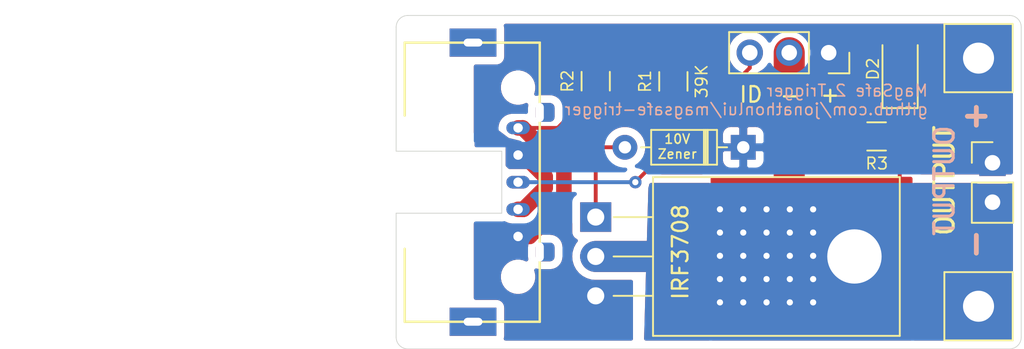
<source format=kicad_pcb>
(kicad_pcb (version 20171130) (host pcbnew "(5.1.5-0-10_14)")

  (general
    (thickness 1.6)
    (drawings 27)
    (tracks 64)
    (zones 0)
    (modules 12)
    (nets 8)
  )

  (page A4)
  (layers
    (0 F.Cu signal)
    (31 B.Cu signal)
    (32 B.Adhes user hide)
    (33 F.Adhes user hide)
    (34 B.Paste user)
    (35 F.Paste user)
    (36 B.SilkS user)
    (37 F.SilkS user)
    (38 B.Mask user hide)
    (39 F.Mask user hide)
    (40 Dwgs.User user hide)
    (41 Cmts.User user)
    (42 Eco1.User user)
    (43 Eco2.User user)
    (44 Edge.Cuts user)
    (45 Margin user hide)
    (46 B.CrtYd user)
    (47 F.CrtYd user)
    (48 B.Fab user hide)
    (49 F.Fab user hide)
  )

  (setup
    (last_trace_width 0.25)
    (user_trace_width 1)
    (user_trace_width 1.5)
    (user_trace_width 2)
    (trace_clearance 0.2)
    (zone_clearance 0.508)
    (zone_45_only no)
    (trace_min 0.2)
    (via_size 0.8)
    (via_drill 0.4)
    (via_min_size 0.4)
    (via_min_drill 0.3)
    (uvia_size 0.3)
    (uvia_drill 0.1)
    (uvias_allowed no)
    (uvia_min_size 0.2)
    (uvia_min_drill 0.1)
    (edge_width 0.05)
    (segment_width 0.2)
    (pcb_text_width 0.3)
    (pcb_text_size 1.5 1.5)
    (mod_edge_width 0.12)
    (mod_text_size 0.75 0.75)
    (mod_text_width 0.1)
    (pad_size 3.5 3.5)
    (pad_drill 3.5)
    (pad_to_mask_clearance 0.051)
    (solder_mask_min_width 0.25)
    (aux_axis_origin 0 0)
    (grid_origin 126.2024 66.3318)
    (visible_elements FFFFFF7F)
    (pcbplotparams
      (layerselection 0x010fc_ffffffff)
      (usegerberextensions false)
      (usegerberattributes false)
      (usegerberadvancedattributes false)
      (creategerberjobfile false)
      (excludeedgelayer true)
      (linewidth 0.100000)
      (plotframeref false)
      (viasonmask false)
      (mode 1)
      (useauxorigin false)
      (hpglpennumber 1)
      (hpglpenspeed 20)
      (hpglpendiameter 15.000000)
      (psnegative false)
      (psa4output false)
      (plotreference true)
      (plotvalue true)
      (plotinvisibletext false)
      (padsonsilk false)
      (subtractmaskfromsilk false)
      (outputformat 1)
      (mirror false)
      (drillshape 0)
      (scaleselection 1)
      (outputdirectory "gerber/"))
  )

  (net 0 "")
  (net 1 VCC)
  (net 2 ID_LED)
  (net 3 OUTPUT_GND)
  (net 4 GND)
  (net 5 "Net-(D2-Pad1)")
  (net 6 /SHIELD)
  (net 7 /GATE)

  (net_class Default "This is the default net class."
    (clearance 0.2)
    (trace_width 0.25)
    (via_dia 0.8)
    (via_drill 0.4)
    (uvia_dia 0.3)
    (uvia_drill 0.1)
    (add_net /GATE)
    (add_net /SHIELD)
    (add_net GND)
    (add_net ID_LED)
    (add_net "Net-(D2-Pad1)")
    (add_net OUTPUT_GND)
    (add_net VCC)
  )

  (net_class Power ""
    (clearance 0.3)
    (trace_width 1.5)
    (via_dia 0.8)
    (via_drill 0.4)
    (uvia_dia 0.3)
    (uvia_drill 0.1)
  )

  (module LED_SMD:LED_1206_3216Metric_Pad1.42x1.75mm_HandSolder (layer F.Cu) (tedit 5B4B45C9) (tstamp 5E1F9074)
    (at 138.3524 59.3943 90)
    (descr "LED SMD 1206 (3216 Metric), square (rectangular) end terminal, IPC_7351 nominal, (Body size source: http://www.tortai-tech.com/upload/download/2011102023233369053.pdf), generated with kicad-footprint-generator")
    (tags "LED handsolder")
    (path /5E20D943)
    (attr smd)
    (fp_text reference D2 (at 0.0625 -1.75 270) (layer F.SilkS)
      (effects (font (size 0.75 0.75) (thickness 0.1)))
    )
    (fp_text value LED (at 0 1.82 90) (layer F.Fab)
      (effects (font (size 0.75 0.75) (thickness 0.1)))
    )
    (fp_text user %R (at 0 0 90) (layer F.Fab)
      (effects (font (size 0.75 0.75) (thickness 0.1)))
    )
    (fp_line (start 2.45 1.12) (end -2.45 1.12) (layer F.CrtYd) (width 0.05))
    (fp_line (start 2.45 -1.12) (end 2.45 1.12) (layer F.CrtYd) (width 0.05))
    (fp_line (start -2.45 -1.12) (end 2.45 -1.12) (layer F.CrtYd) (width 0.05))
    (fp_line (start -2.45 1.12) (end -2.45 -1.12) (layer F.CrtYd) (width 0.05))
    (fp_line (start -2.46 1.135) (end 1.6 1.135) (layer F.SilkS) (width 0.12))
    (fp_line (start -2.46 -1.135) (end -2.46 1.135) (layer F.SilkS) (width 0.12))
    (fp_line (start 1.6 -1.135) (end -2.46 -1.135) (layer F.SilkS) (width 0.12))
    (fp_line (start 1.6 0.8) (end 1.6 -0.8) (layer F.Fab) (width 0.1))
    (fp_line (start -1.6 0.8) (end 1.6 0.8) (layer F.Fab) (width 0.1))
    (fp_line (start -1.6 -0.4) (end -1.6 0.8) (layer F.Fab) (width 0.1))
    (fp_line (start -1.2 -0.8) (end -1.6 -0.4) (layer F.Fab) (width 0.1))
    (fp_line (start 1.6 -0.8) (end -1.2 -0.8) (layer F.Fab) (width 0.1))
    (pad 2 smd roundrect (at 1.4875 0 90) (size 1.425 1.75) (layers F.Cu F.Paste F.Mask) (roundrect_rratio 0.175439)
      (net 1 VCC))
    (pad 1 smd roundrect (at -1.4875 0 90) (size 1.425 1.75) (layers F.Cu F.Paste F.Mask) (roundrect_rratio 0.175439)
      (net 5 "Net-(D2-Pad1)"))
    (model ${KISYS3DMOD}/LED_SMD.3dshapes/LED_1206_3216Metric.wrl
      (at (xyz 0 0 0))
      (scale (xyz 1 1 1))
      (rotate (xyz 0 0 0))
    )
  )

  (module TestPoint:TestPoint_THTPad_4.0x4.0mm_Drill2.0mm (layer F.Cu) (tedit 5A0F774F) (tstamp 5E201B81)
    (at 143.4024 74.6318)
    (descr "THT rectangular pad as test Point, square 4.0mm  side length, hole diameter 2.0mm")
    (tags "test point THT pad rectangle square")
    (path /5E2000BD)
    (attr virtual)
    (fp_text reference J5 (at 0 -2.898) (layer F.SilkS) hide
      (effects (font (size 1 1) (thickness 0.15)))
    )
    (fp_text value GND (at 0 3.1) (layer F.Fab)
      (effects (font (size 1 1) (thickness 0.15)))
    )
    (fp_line (start 2.5 2.5) (end -2.5 2.5) (layer F.CrtYd) (width 0.05))
    (fp_line (start 2.5 2.5) (end 2.5 -2.5) (layer F.CrtYd) (width 0.05))
    (fp_line (start -2.5 -2.5) (end -2.5 2.5) (layer F.CrtYd) (width 0.05))
    (fp_line (start -2.5 -2.5) (end 2.5 -2.5) (layer F.CrtYd) (width 0.05))
    (fp_line (start -2.2 2.2) (end -2.2 -2.2) (layer F.SilkS) (width 0.12))
    (fp_line (start 2.2 2.2) (end -2.2 2.2) (layer F.SilkS) (width 0.12))
    (fp_line (start 2.2 -2.2) (end 2.2 2.2) (layer F.SilkS) (width 0.12))
    (fp_line (start -2.2 -2.2) (end 2.2 -2.2) (layer F.SilkS) (width 0.12))
    (fp_text user %R (at 0 -2.9) (layer F.Fab)
      (effects (font (size 1 1) (thickness 0.15)))
    )
    (pad 1 thru_hole rect (at 0 0) (size 4 4) (drill 2) (layers *.Cu *.Mask)
      (net 3 OUTPUT_GND))
  )

  (module TestPoint:TestPoint_THTPad_4.0x4.0mm_Drill2.0mm (layer F.Cu) (tedit 5A0F774F) (tstamp 5E201C89)
    (at 143.4024 58.6318)
    (descr "THT rectangular pad as test Point, square 4.0mm  side length, hole diameter 2.0mm")
    (tags "test point THT pad rectangle square")
    (path /5E1FF792)
    (attr virtual)
    (fp_text reference J4 (at 0 -2.898) (layer F.SilkS) hide
      (effects (font (size 1 1) (thickness 0.15)))
    )
    (fp_text value VCC (at 0 3.1) (layer F.Fab)
      (effects (font (size 1 1) (thickness 0.15)))
    )
    (fp_line (start 2.5 2.5) (end -2.5 2.5) (layer F.CrtYd) (width 0.05))
    (fp_line (start 2.5 2.5) (end 2.5 -2.5) (layer F.CrtYd) (width 0.05))
    (fp_line (start -2.5 -2.5) (end -2.5 2.5) (layer F.CrtYd) (width 0.05))
    (fp_line (start -2.5 -2.5) (end 2.5 -2.5) (layer F.CrtYd) (width 0.05))
    (fp_line (start -2.2 2.2) (end -2.2 -2.2) (layer F.SilkS) (width 0.12))
    (fp_line (start 2.2 2.2) (end -2.2 2.2) (layer F.SilkS) (width 0.12))
    (fp_line (start 2.2 -2.2) (end 2.2 2.2) (layer F.SilkS) (width 0.12))
    (fp_line (start -2.2 -2.2) (end 2.2 -2.2) (layer F.SilkS) (width 0.12))
    (fp_text user %R (at 0 -2.9) (layer F.Fab)
      (effects (font (size 1 1) (thickness 0.15)))
    )
    (pad 1 thru_hole rect (at 0 0) (size 4 4) (drill 2) (layers *.Cu *.Mask)
      (net 1 VCC))
  )

  (module magsafe-trigger:MagSafe_2_Female locked (layer F.Cu) (tedit 5E1FAB92) (tstamp 5E200C22)
    (at 118.1524 66.6318 270)
    (path /5E25521F)
    (fp_text reference J1 (at 0 1.27 90) (layer F.SilkS) hide
      (effects (font (size 1 1) (thickness 0.15)))
    )
    (fp_text value "MagSafe 2 female" (at 0 -0.5 90) (layer F.Fab)
      (effects (font (size 1 1) (thickness 0.15)))
    )
    (fp_line (start -2 5.4) (end 2 5.4) (layer Dwgs.User) (width 0.12))
    (fp_line (start -2 5.4) (end -2 11.65) (layer Dwgs.User) (width 0.12))
    (fp_line (start 2 11.65) (end 2 5.4) (layer Dwgs.User) (width 0.12))
    (fp_line (start -1.75 11.65) (end 1.75 11.65) (layer Dwgs.User) (width 0.12))
    (fp_line (start 2.3 34.7) (end -1.2 37.7) (layer Dwgs.User) (width 0.12))
    (fp_line (start -2.2 35.7) (end 2.3 31.7) (layer Dwgs.User) (width 0.12))
    (fp_line (start -2.2 32.7) (end 2.3 28.7) (layer Dwgs.User) (width 0.12))
    (fp_line (start 1.5 25.7) (end -2.2 29.7) (layer Dwgs.User) (width 0.12))
    (fp_line (start -2.2 37.7) (end -2.2 25.7) (layer Dwgs.User) (width 0.12))
    (fp_line (start 2.3 37.7) (end -2.2 37.7) (layer Dwgs.User) (width 0.12))
    (fp_line (start 2.3 25.7) (end 2.3 37.7) (layer Dwgs.User) (width 0.12))
    (fp_line (start -2.2 25.7) (end 2.3 25.7) (layer Dwgs.User) (width 0.12))
    (fp_line (start 5.5 25.7) (end 9.5 21.7) (layer Dwgs.User) (width 0.12))
    (fp_line (start 1.5 25.7) (end 9.5 17.7) (layer Dwgs.User) (width 0.12))
    (fp_line (start 9.5 14.7) (end -1.5 25.7) (layer Dwgs.User) (width 0.12))
    (fp_line (start -5.5 25.7) (end 8.5 11.7) (layer Dwgs.User) (width 0.12))
    (fp_line (start -8.5 25.7) (end -5.5 25.7) (layer Dwgs.User) (width 0.12))
    (fp_line (start 5.5 11.7) (end -8.5 25.7) (layer Dwgs.User) (width 0.12))
    (fp_line (start -9.5 23.7) (end 2.5 11.7) (layer Dwgs.User) (width 0.12))
    (fp_line (start -0.5 11.7) (end -9.5 20.7) (layer Dwgs.User) (width 0.12))
    (fp_line (start -9.5 17.7) (end -3.5 11.7) (layer Dwgs.User) (width 0.12))
    (fp_line (start -6.5 11.7) (end -9.5 14.7) (layer Dwgs.User) (width 0.12))
    (fp_line (start -9 3) (end -9 11.7) (layer F.SilkS) (width 0.15))
    (fp_line (start -9 3) (end 9 3) (layer F.SilkS) (width 0.15))
    (fp_line (start -9 11.7) (end -4.3 11.7) (layer F.SilkS) (width 0.15))
    (fp_line (start 4.3 11.7) (end 9 11.7) (layer F.SilkS) (width 0.15))
    (fp_line (start 9 3) (end 9 11.7) (layer F.SilkS) (width 0.15))
    (fp_line (start -9.5 11.7) (end 9.5 11.7) (layer Dwgs.User) (width 0.12))
    (fp_line (start 9.5 11.7) (end 9.5 25.7) (layer Dwgs.User) (width 0.12))
    (fp_line (start 9.5 25.7) (end -9.5 25.7) (layer Dwgs.User) (width 0.12))
    (fp_line (start -9.5 25.7) (end -9.5 11.7) (layer Dwgs.User) (width 0.12))
    (pad "" np_thru_hole circle (at 6.1 4.4) (size 1.2 1.2) (drill oval 1.2) (layers *.Cu *.Mask))
    (pad "" np_thru_hole circle (at -6.1 4.4) (size 1.2 1.2) (drill oval 1.2) (layers *.Cu *.Mask))
    (pad 1 thru_hole oval (at -3.5 4.4 270) (size 0.8 1.5) (drill 0.6) (layers *.Cu *.Mask)
      (net 4 GND))
    (pad 2 thru_hole oval (at -1.75 4.4 270) (size 0.8 1.5) (drill 0.6) (layers *.Cu *.Mask)
      (net 1 VCC))
    (pad 3 thru_hole oval (at 0 4.4 270) (size 0.8 1.5) (drill 0.6) (layers *.Cu *.Mask)
      (net 2 ID_LED))
    (pad 4 thru_hole oval (at 1.75 4.4 270) (size 0.8 1.5) (drill 0.6) (layers *.Cu *.Mask)
      (net 1 VCC))
    (pad 5 thru_hole oval (at 3.5 4.4 270) (size 0.8 1.5) (drill 0.6) (layers *.Cu *.Mask)
      (net 4 GND))
    (pad 6 thru_hole rect (at -9 7.3 270) (size 1.8 3) (drill oval 0.5 1.2) (layers *.Cu *.Mask)
      (net 6 /SHIELD))
    (pad 6 thru_hole rect (at 9 7.3 270) (size 1.8 3) (drill oval 0.5 1.2) (layers *.Cu *.Mask)
      (net 6 /SHIELD))
    (pad 6 thru_hole roundrect (at -4.5 3) (size 1.2 1.2) (drill oval 0.5 1.2 (offset 0.35 0)) (layers *.Cu *.Mask) (roundrect_rratio 0.25)
      (net 6 /SHIELD))
    (pad 6 thru_hole roundrect (at 4.5 3) (size 1.2 1.2) (drill oval 0.5 1.2 (offset 0.35 0)) (layers *.Cu *.Mask) (roundrect_rratio 0.25)
      (net 6 /SHIELD))
  )

  (module magsafe-trigger:MagSafe_2_Female locked (layer F.Cu) (tedit 5E1FAB92) (tstamp 5E1FFC90)
    (at 118.1524 66.6318 270)
    (path /5E25521F)
    (fp_text reference J1 (at 0 1.27 90) (layer F.SilkS) hide
      (effects (font (size 1 1) (thickness 0.15)))
    )
    (fp_text value "MagSafe 2 female" (at 0 -0.5 90) (layer F.Fab)
      (effects (font (size 1 1) (thickness 0.15)))
    )
    (fp_line (start -2 5.4) (end 2 5.4) (layer Dwgs.User) (width 0.12))
    (fp_line (start -2 5.4) (end -2 11.65) (layer Dwgs.User) (width 0.12))
    (fp_line (start 2 11.65) (end 2 5.4) (layer Dwgs.User) (width 0.12))
    (fp_line (start -1.75 11.65) (end 1.75 11.65) (layer Dwgs.User) (width 0.12))
    (fp_line (start 2.3 34.7) (end -1.2 37.7) (layer Dwgs.User) (width 0.12))
    (fp_line (start -2.2 35.7) (end 2.3 31.7) (layer Dwgs.User) (width 0.12))
    (fp_line (start -2.2 32.7) (end 2.3 28.7) (layer Dwgs.User) (width 0.12))
    (fp_line (start 1.5 25.7) (end -2.2 29.7) (layer Dwgs.User) (width 0.12))
    (fp_line (start -2.2 37.7) (end -2.2 25.7) (layer Dwgs.User) (width 0.12))
    (fp_line (start 2.3 37.7) (end -2.2 37.7) (layer Dwgs.User) (width 0.12))
    (fp_line (start 2.3 25.7) (end 2.3 37.7) (layer Dwgs.User) (width 0.12))
    (fp_line (start -2.2 25.7) (end 2.3 25.7) (layer Dwgs.User) (width 0.12))
    (fp_line (start 5.5 25.7) (end 9.5 21.7) (layer Dwgs.User) (width 0.12))
    (fp_line (start 1.5 25.7) (end 9.5 17.7) (layer Dwgs.User) (width 0.12))
    (fp_line (start 9.5 14.7) (end -1.5 25.7) (layer Dwgs.User) (width 0.12))
    (fp_line (start -5.5 25.7) (end 8.5 11.7) (layer Dwgs.User) (width 0.12))
    (fp_line (start -8.5 25.7) (end -5.5 25.7) (layer Dwgs.User) (width 0.12))
    (fp_line (start 5.5 11.7) (end -8.5 25.7) (layer Dwgs.User) (width 0.12))
    (fp_line (start -9.5 23.7) (end 2.5 11.7) (layer Dwgs.User) (width 0.12))
    (fp_line (start -0.5 11.7) (end -9.5 20.7) (layer Dwgs.User) (width 0.12))
    (fp_line (start -9.5 17.7) (end -3.5 11.7) (layer Dwgs.User) (width 0.12))
    (fp_line (start -6.5 11.7) (end -9.5 14.7) (layer Dwgs.User) (width 0.12))
    (fp_line (start -9 3) (end -9 11.7) (layer F.SilkS) (width 0.15))
    (fp_line (start -9 3) (end 9 3) (layer F.SilkS) (width 0.15))
    (fp_line (start -9 11.7) (end -4.3 11.7) (layer F.SilkS) (width 0.15))
    (fp_line (start 4.3 11.7) (end 9 11.7) (layer F.SilkS) (width 0.15))
    (fp_line (start 9 3) (end 9 11.7) (layer F.SilkS) (width 0.15))
    (fp_line (start -9.5 11.7) (end 9.5 11.7) (layer Dwgs.User) (width 0.12))
    (fp_line (start 9.5 11.7) (end 9.5 25.7) (layer Dwgs.User) (width 0.12))
    (fp_line (start 9.5 25.7) (end -9.5 25.7) (layer Dwgs.User) (width 0.12))
    (fp_line (start -9.5 25.7) (end -9.5 11.7) (layer Dwgs.User) (width 0.12))
    (pad "" np_thru_hole circle (at 6.1 4.4) (size 1.2 1.2) (drill oval 1.2) (layers *.Cu *.Mask))
    (pad "" np_thru_hole circle (at -6.1 4.4) (size 1.2 1.2) (drill oval 1.2) (layers *.Cu *.Mask))
    (pad 1 thru_hole oval (at -3.5 4.4 270) (size 0.8 1.5) (drill 0.6) (layers *.Cu *.Mask)
      (net 4 GND))
    (pad 2 thru_hole oval (at -1.75 4.4 270) (size 0.8 1.5) (drill 0.6) (layers *.Cu *.Mask)
      (net 1 VCC))
    (pad 3 thru_hole oval (at 0 4.4 270) (size 0.8 1.5) (drill 0.6) (layers *.Cu *.Mask)
      (net 2 ID_LED))
    (pad 4 thru_hole oval (at 1.75 4.4 270) (size 0.8 1.5) (drill 0.6) (layers *.Cu *.Mask)
      (net 1 VCC))
    (pad 5 thru_hole oval (at 3.5 4.4 270) (size 0.8 1.5) (drill 0.6) (layers *.Cu *.Mask)
      (net 4 GND))
    (pad 6 thru_hole rect (at -9 7.3 270) (size 1.8 3) (drill oval 0.5 1.2) (layers *.Cu *.Mask)
      (net 6 /SHIELD))
    (pad 6 thru_hole rect (at 9 7.3 270) (size 1.8 3) (drill oval 0.5 1.2) (layers *.Cu *.Mask)
      (net 6 /SHIELD))
    (pad 6 thru_hole roundrect (at -4.5 3) (size 1.2 1.2) (drill oval 0.5 1.2 (offset 0.35 0)) (layers *.Cu *.Mask) (roundrect_rratio 0.25)
      (net 6 /SHIELD))
    (pad 6 thru_hole roundrect (at 4.5 3) (size 1.2 1.2) (drill oval 0.5 1.2 (offset 0.35 0)) (layers *.Cu *.Mask) (roundrect_rratio 0.25)
      (net 6 /SHIELD))
  )

  (module Connector_PinHeader_2.54mm:PinHeader_1x02_P2.54mm_Vertical (layer F.Cu) (tedit 59FED5CC) (tstamp 5E1FEC16)
    (at 144.3024 65.3818)
    (descr "Through hole straight pin header, 1x02, 2.54mm pitch, single row")
    (tags "Through hole pin header THT 1x02 2.54mm single row")
    (path /5E1F2D81)
    (fp_text reference J3 (at 0 -2.33) (layer F.SilkS) hide
      (effects (font (size 1 1) (thickness 0.15)))
    )
    (fp_text value "2.54mm Output" (at 0 4.87) (layer F.Fab)
      (effects (font (size 1 1) (thickness 0.15)))
    )
    (fp_text user %R (at 0 1.27 -270) (layer F.Fab)
      (effects (font (size 1 1) (thickness 0.15)))
    )
    (fp_line (start 1.8 -1.8) (end -1.8 -1.8) (layer F.CrtYd) (width 0.05))
    (fp_line (start 1.8 4.35) (end 1.8 -1.8) (layer F.CrtYd) (width 0.05))
    (fp_line (start -1.8 4.35) (end 1.8 4.35) (layer F.CrtYd) (width 0.05))
    (fp_line (start -1.8 -1.8) (end -1.8 4.35) (layer F.CrtYd) (width 0.05))
    (fp_line (start -1.33 -1.33) (end 0 -1.33) (layer F.SilkS) (width 0.12))
    (fp_line (start -1.33 0) (end -1.33 -1.33) (layer F.SilkS) (width 0.12))
    (fp_line (start -1.33 1.27) (end 1.33 1.27) (layer F.SilkS) (width 0.12))
    (fp_line (start 1.33 1.27) (end 1.33 3.87) (layer F.SilkS) (width 0.12))
    (fp_line (start -1.33 1.27) (end -1.33 3.87) (layer F.SilkS) (width 0.12))
    (fp_line (start -1.33 3.87) (end 1.33 3.87) (layer F.SilkS) (width 0.12))
    (fp_line (start -1.27 -0.635) (end -0.635 -1.27) (layer F.Fab) (width 0.1))
    (fp_line (start -1.27 3.81) (end -1.27 -0.635) (layer F.Fab) (width 0.1))
    (fp_line (start 1.27 3.81) (end -1.27 3.81) (layer F.Fab) (width 0.1))
    (fp_line (start 1.27 -1.27) (end 1.27 3.81) (layer F.Fab) (width 0.1))
    (fp_line (start -0.635 -1.27) (end 1.27 -1.27) (layer F.Fab) (width 0.1))
    (pad 2 thru_hole oval (at 0 2.54) (size 1.7 1.7) (drill 1) (layers *.Cu *.Mask)
      (net 3 OUTPUT_GND))
    (pad 1 thru_hole rect (at 0 0) (size 1.7 1.7) (drill 1) (layers *.Cu *.Mask)
      (net 1 VCC))
    (model ${KISYS3DMOD}/Connector_PinHeader_2.54mm.3dshapes/PinHeader_1x02_P2.54mm_Vertical.wrl
      (at (xyz 0 0 0))
      (scale (xyz 1 1 1))
      (rotate (xyz 0 0 0))
    )
  )

  (module Package_TO_SOT_THT:TO-220-3_Horizontal_TabDown (layer F.Cu) (tedit 5E3B2894) (tstamp 5E2037EC)
    (at 118.7524 68.8818 270)
    (descr "TO-220-3, Horizontal, RM 2.54mm, see https://www.vishay.com/docs/66542/to-220-1.pdf")
    (tags "TO-220-3 Horizontal RM 2.54mm")
    (path /5E1EFD60)
    (fp_text reference Q1 (at 2.54 -20.58 90) (layer F.SilkS) hide
      (effects (font (size 1 1) (thickness 0.15)))
    )
    (fp_text value IRF3708 (at 2.25 -5.45 90) (layer F.SilkS)
      (effects (font (size 1 1) (thickness 0.15)))
    )
    (fp_text user %R (at 2.54 -20.58 90) (layer F.Fab)
      (effects (font (size 1 1) (thickness 0.15)))
    )
    (fp_line (start 7.79 -19.71) (end -2.71 -19.71) (layer F.CrtYd) (width 0.05))
    (fp_line (start 7.79 1.25) (end 7.79 -19.71) (layer F.CrtYd) (width 0.05))
    (fp_line (start -2.71 1.25) (end 7.79 1.25) (layer F.CrtYd) (width 0.05))
    (fp_line (start -2.71 -19.71) (end -2.71 1.25) (layer F.CrtYd) (width 0.05))
    (fp_line (start 5.08 -3.69) (end 5.08 -1.15) (layer F.SilkS) (width 0.12))
    (fp_line (start 2.54 -3.69) (end 2.54 -1.15) (layer F.SilkS) (width 0.12))
    (fp_line (start 0 -3.69) (end 0 -1.15) (layer F.SilkS) (width 0.12))
    (fp_line (start 7.66 -19.58) (end 7.66 -3.69) (layer F.SilkS) (width 0.12))
    (fp_line (start -2.58 -19.58) (end -2.58 -3.69) (layer F.SilkS) (width 0.12))
    (fp_line (start -2.58 -19.58) (end 7.66 -19.58) (layer F.SilkS) (width 0.12))
    (fp_line (start -2.58 -3.69) (end 7.66 -3.69) (layer F.SilkS) (width 0.12))
    (fp_line (start 5.08 -3.81) (end 5.08 0) (layer F.Fab) (width 0.1))
    (fp_line (start 2.54 -3.81) (end 2.54 0) (layer F.Fab) (width 0.1))
    (fp_line (start 0 -3.81) (end 0 0) (layer F.Fab) (width 0.1))
    (fp_line (start 7.54 -3.81) (end -2.46 -3.81) (layer F.Fab) (width 0.1))
    (fp_line (start 7.54 -13.06) (end 7.54 -3.81) (layer F.Fab) (width 0.1))
    (fp_line (start -2.46 -13.06) (end 7.54 -13.06) (layer F.Fab) (width 0.1))
    (fp_line (start -2.46 -3.81) (end -2.46 -13.06) (layer F.Fab) (width 0.1))
    (fp_line (start 7.54 -13.06) (end -2.46 -13.06) (layer F.Fab) (width 0.1))
    (fp_line (start 7.54 -19.46) (end 7.54 -13.06) (layer F.Fab) (width 0.1))
    (fp_line (start -2.46 -19.46) (end 7.54 -19.46) (layer F.Fab) (width 0.1))
    (fp_line (start -2.46 -13.06) (end -2.46 -19.46) (layer F.Fab) (width 0.1))
    (fp_circle (center 2.54 -16.66) (end 4.39 -16.66) (layer F.Fab) (width 0.1))
    (pad 3 thru_hole oval (at 5.08 0 270) (size 1.905 2) (drill 1.1) (layers *.Cu *.Mask)
      (net 4 GND))
    (pad 2 thru_hole oval (at 2.54 0 270) (size 1.905 2) (drill 1.1) (layers *.Cu *.Mask)
      (net 3 OUTPUT_GND))
    (pad 1 thru_hole rect (at 0 0 270) (size 1.905 2) (drill 1.1) (layers *.Cu *.Mask)
      (net 7 /GATE))
    (pad 2 thru_hole oval (at 2.54 -16.66 270) (size 3.5 3.5) (drill 3.5) (layers *.Cu *.Mask)
      (net 3 OUTPUT_GND) (zone_connect 2))
    (model ${KISYS3DMOD}/Package_TO_SOT_THT.3dshapes/TO-220-3_Horizontal_TabDown.wrl
      (at (xyz 0 0 0))
      (scale (xyz 1 1 1))
      (rotate (xyz 0 0 0))
    )
  )

  (module Connector_PinSocket_2.54mm:PinSocket_1x03_P2.54mm_Vertical (layer F.Cu) (tedit 5A19A429) (tstamp 5E2014D0)
    (at 133.7524 58.2818 270)
    (descr "Through hole straight socket strip, 1x03, 2.54mm pitch, single row (from Kicad 4.0.7), script generated")
    (tags "Through hole socket strip THT 1x03 2.54mm single row")
    (path /5E20381B)
    (fp_text reference J2 (at 0.159 -2.25 90) (layer F.Fab)
      (effects (font (size 0.75 0.75) (thickness 0.1)))
    )
    (fp_text value ID_LED (at 0 7.85 90) (layer F.Fab)
      (effects (font (size 0.75 0.75) (thickness 0.1)))
    )
    (fp_text user %R (at 0 2.54) (layer F.Fab)
      (effects (font (size 0.75 0.75) (thickness 0.1)))
    )
    (fp_line (start -1.8 6.85) (end -1.8 -1.8) (layer F.CrtYd) (width 0.05))
    (fp_line (start 1.75 6.85) (end -1.8 6.85) (layer F.CrtYd) (width 0.05))
    (fp_line (start 1.75 -1.8) (end 1.75 6.85) (layer F.CrtYd) (width 0.05))
    (fp_line (start -1.8 -1.8) (end 1.75 -1.8) (layer F.CrtYd) (width 0.05))
    (fp_line (start 0 -1.33) (end 1.33 -1.33) (layer F.SilkS) (width 0.12))
    (fp_line (start 1.33 -1.33) (end 1.33 0) (layer F.SilkS) (width 0.12))
    (fp_line (start 1.33 1.27) (end 1.33 6.41) (layer F.SilkS) (width 0.12))
    (fp_line (start -1.33 6.41) (end 1.33 6.41) (layer F.SilkS) (width 0.12))
    (fp_line (start -1.33 1.27) (end -1.33 6.41) (layer F.SilkS) (width 0.12))
    (fp_line (start -1.33 1.27) (end 1.33 1.27) (layer F.SilkS) (width 0.12))
    (fp_line (start -1.27 6.35) (end -1.27 -1.27) (layer F.Fab) (width 0.1))
    (fp_line (start 1.27 6.35) (end -1.27 6.35) (layer F.Fab) (width 0.1))
    (fp_line (start 1.27 -0.635) (end 1.27 6.35) (layer F.Fab) (width 0.1))
    (fp_line (start 0.635 -1.27) (end 1.27 -0.635) (layer F.Fab) (width 0.1))
    (fp_line (start -1.27 -1.27) (end 0.635 -1.27) (layer F.Fab) (width 0.1))
    (pad 3 thru_hole oval (at 0 5.08 270) (size 1.7 1.7) (drill 1) (layers *.Cu *.Mask)
      (net 2 ID_LED))
    (pad 2 thru_hole oval (at 0 2.54 270) (size 1.7 1.7) (drill 1) (layers *.Cu *.Mask)
      (net 3 OUTPUT_GND))
    (pad 1 thru_hole rect (at 0 0 270) (size 1.7 1.7) (drill 1) (layers *.Cu *.Mask)
      (net 1 VCC))
    (model ${KISYS3DMOD}/Connector_PinSocket_2.54mm.3dshapes/PinSocket_1x03_P2.54mm_Vertical.wrl
      (at (xyz 0 0 0))
      (scale (xyz 1 1 1))
      (rotate (xyz 0 0 0))
    )
  )

  (module Resistor_SMD:R_1206_3216Metric_Pad1.42x1.75mm_HandSolder (layer F.Cu) (tedit 5B301BBD) (tstamp 5E203B42)
    (at 123.7524 60.1318 90)
    (descr "Resistor SMD 1206 (3216 Metric), square (rectangular) end terminal, IPC_7351 nominal with elongated pad for handsoldering. (Body size source: http://www.tortai-tech.com/upload/download/2011102023233369053.pdf), generated with kicad-footprint-generator")
    (tags "resistor handsolder")
    (path /5E1EB067)
    (zone_connect 1)
    (attr smd)
    (fp_text reference R1 (at 0 -1.82 90) (layer F.SilkS)
      (effects (font (size 0.75 0.75) (thickness 0.1)))
    )
    (fp_text value 39K (at 0 1.82 90) (layer F.SilkS)
      (effects (font (size 0.75 0.75) (thickness 0.1)))
    )
    (fp_text user %R (at 0 0 90) (layer F.Fab)
      (effects (font (size 0.75 0.75) (thickness 0.1)))
    )
    (fp_line (start 2.45 1.12) (end -2.45 1.12) (layer F.CrtYd) (width 0.05))
    (fp_line (start 2.45 -1.12) (end 2.45 1.12) (layer F.CrtYd) (width 0.05))
    (fp_line (start -2.45 -1.12) (end 2.45 -1.12) (layer F.CrtYd) (width 0.05))
    (fp_line (start -2.45 1.12) (end -2.45 -1.12) (layer F.CrtYd) (width 0.05))
    (fp_line (start -0.602064 0.91) (end 0.602064 0.91) (layer F.SilkS) (width 0.12))
    (fp_line (start -0.602064 -0.91) (end 0.602064 -0.91) (layer F.SilkS) (width 0.12))
    (fp_line (start 1.6 0.8) (end -1.6 0.8) (layer F.Fab) (width 0.1))
    (fp_line (start 1.6 -0.8) (end 1.6 0.8) (layer F.Fab) (width 0.1))
    (fp_line (start -1.6 -0.8) (end 1.6 -0.8) (layer F.Fab) (width 0.1))
    (fp_line (start -1.6 0.8) (end -1.6 -0.8) (layer F.Fab) (width 0.1))
    (pad 2 smd roundrect (at 1.4875 0 90) (size 1.425 1.75) (layers F.Cu F.Paste F.Mask) (roundrect_rratio 0.175439)
      (net 4 GND) (zone_connect 1))
    (pad 1 smd roundrect (at -1.4875 0 90) (size 1.425 1.75) (layers F.Cu F.Paste F.Mask) (roundrect_rratio 0.175439)
      (net 1 VCC) (zone_connect 1))
    (model ${KISYS3DMOD}/Resistor_SMD.3dshapes/R_1206_3216Metric.wrl
      (at (xyz 0 0 0))
      (scale (xyz 1 1 1))
      (rotate (xyz 0 0 0))
    )
  )

  (module Resistor_SMD:R_1206_3216Metric_Pad1.42x1.75mm_HandSolder (layer F.Cu) (tedit 5B301BBD) (tstamp 5E204101)
    (at 136.8399 63.6818 180)
    (descr "Resistor SMD 1206 (3216 Metric), square (rectangular) end terminal, IPC_7351 nominal with elongated pad for handsoldering. (Body size source: http://www.tortai-tech.com/upload/download/2011102023233369053.pdf), generated with kicad-footprint-generator")
    (tags "resistor handsolder")
    (path /5E2126B8)
    (attr smd)
    (fp_text reference R3 (at -0.0125 -1.75 180) (layer F.SilkS)
      (effects (font (size 0.75 0.75) (thickness 0.1)))
    )
    (fp_text value 1K2 (at 0 1.82 180) (layer F.SilkS) hide
      (effects (font (size 0.75 0.75) (thickness 0.1)))
    )
    (fp_text user %R (at 0 0 180) (layer F.Fab)
      (effects (font (size 0.75 0.75) (thickness 0.1)))
    )
    (fp_line (start 2.45 1.12) (end -2.45 1.12) (layer F.CrtYd) (width 0.05))
    (fp_line (start 2.45 -1.12) (end 2.45 1.12) (layer F.CrtYd) (width 0.05))
    (fp_line (start -2.45 -1.12) (end 2.45 -1.12) (layer F.CrtYd) (width 0.05))
    (fp_line (start -2.45 1.12) (end -2.45 -1.12) (layer F.CrtYd) (width 0.05))
    (fp_line (start -0.602064 0.91) (end 0.602064 0.91) (layer F.SilkS) (width 0.12))
    (fp_line (start -0.602064 -0.91) (end 0.602064 -0.91) (layer F.SilkS) (width 0.12))
    (fp_line (start 1.6 0.8) (end -1.6 0.8) (layer F.Fab) (width 0.1))
    (fp_line (start 1.6 -0.8) (end 1.6 0.8) (layer F.Fab) (width 0.1))
    (fp_line (start -1.6 -0.8) (end 1.6 -0.8) (layer F.Fab) (width 0.1))
    (fp_line (start -1.6 0.8) (end -1.6 -0.8) (layer F.Fab) (width 0.1))
    (pad 2 smd roundrect (at 1.4875 0 180) (size 1.425 1.75) (layers F.Cu F.Paste F.Mask) (roundrect_rratio 0.175439)
      (net 5 "Net-(D2-Pad1)"))
    (pad 1 smd roundrect (at -1.4875 0 180) (size 1.425 1.75) (layers F.Cu F.Paste F.Mask) (roundrect_rratio 0.175439)
      (net 3 OUTPUT_GND))
    (model ${KISYS3DMOD}/Resistor_SMD.3dshapes/R_1206_3216Metric.wrl
      (at (xyz 0 0 0))
      (scale (xyz 1 1 1))
      (rotate (xyz 0 0 0))
    )
  )

  (module Resistor_SMD:R_1206_3216Metric_Pad1.42x1.75mm_HandSolder (layer F.Cu) (tedit 5B301BBD) (tstamp 5E203B72)
    (at 118.7524 60.1193 90)
    (descr "Resistor SMD 1206 (3216 Metric), square (rectangular) end terminal, IPC_7351 nominal with elongated pad for handsoldering. (Body size source: http://www.tortai-tech.com/upload/download/2011102023233369053.pdf), generated with kicad-footprint-generator")
    (tags "resistor handsolder")
    (path /5E1EE96D)
    (attr smd)
    (fp_text reference R2 (at 0 -1.82 270) (layer F.SilkS)
      (effects (font (size 0.75 0.75) (thickness 0.1)))
    )
    (fp_text value 10K (at 0 1.82 270) (layer F.Fab)
      (effects (font (size 0.75 0.75) (thickness 0.1)))
    )
    (fp_text user %R (at 0 0 270) (layer F.Fab)
      (effects (font (size 0.75 0.75) (thickness 0.1)))
    )
    (fp_line (start 2.45 1.12) (end -2.45 1.12) (layer F.CrtYd) (width 0.05))
    (fp_line (start 2.45 -1.12) (end 2.45 1.12) (layer F.CrtYd) (width 0.05))
    (fp_line (start -2.45 -1.12) (end 2.45 -1.12) (layer F.CrtYd) (width 0.05))
    (fp_line (start -2.45 1.12) (end -2.45 -1.12) (layer F.CrtYd) (width 0.05))
    (fp_line (start -0.602064 0.91) (end 0.602064 0.91) (layer F.SilkS) (width 0.12))
    (fp_line (start -0.602064 -0.91) (end 0.602064 -0.91) (layer F.SilkS) (width 0.12))
    (fp_line (start 1.6 0.8) (end -1.6 0.8) (layer F.Fab) (width 0.1))
    (fp_line (start 1.6 -0.8) (end 1.6 0.8) (layer F.Fab) (width 0.1))
    (fp_line (start -1.6 -0.8) (end 1.6 -0.8) (layer F.Fab) (width 0.1))
    (fp_line (start -1.6 0.8) (end -1.6 -0.8) (layer F.Fab) (width 0.1))
    (pad 2 smd roundrect (at 1.4875 0 90) (size 1.425 1.75) (layers F.Cu F.Paste F.Mask) (roundrect_rratio 0.175439)
      (net 4 GND))
    (pad 1 smd roundrect (at -1.4875 0 90) (size 1.425 1.75) (layers F.Cu F.Paste F.Mask) (roundrect_rratio 0.175439)
      (net 7 /GATE))
    (model ${KISYS3DMOD}/Resistor_SMD.3dshapes/R_1206_3216Metric.wrl
      (at (xyz 0 0 0))
      (scale (xyz 1 1 1))
      (rotate (xyz 0 0 0))
    )
  )

  (module Diode_THT:D_DO-35_SOD27_P7.62mm_Horizontal (layer F.Cu) (tedit 5AE50CD5) (tstamp 5E203844)
    (at 128.2524 64.3818 180)
    (descr "Diode, DO-35_SOD27 series, Axial, Horizontal, pin pitch=7.62mm, , length*diameter=4*2mm^2, , http://www.diodes.com/_files/packages/DO-35.pdf")
    (tags "Diode DO-35_SOD27 series Axial Horizontal pin pitch 7.62mm  length 4mm diameter 2mm")
    (path /5E1E7D18)
    (zone_connect 1)
    (fp_text reference D1 (at 3.81 -1.905) (layer F.Fab)
      (effects (font (size 0.75 0.75) (thickness 0.1)))
    )
    (fp_text value 10V (at 4.05 0.05) (layer F.Fab)
      (effects (font (size 0.75 0.75) (thickness 0.1)))
    )
    (fp_text user K (at 0 -1.8) (layer F.Fab)
      (effects (font (size 1 1) (thickness 0.15)))
    )
    (fp_text user K (at 0 -1.8) (layer F.Fab)
      (effects (font (size 1 1) (thickness 0.15)))
    )
    (fp_text user %R (at 4.11 0) (layer F.Fab)
      (effects (font (size 0.75 0.75) (thickness 0.1)))
    )
    (fp_line (start 8.67 -1.25) (end -1.05 -1.25) (layer F.CrtYd) (width 0.05))
    (fp_line (start 8.67 1.25) (end 8.67 -1.25) (layer F.CrtYd) (width 0.05))
    (fp_line (start -1.05 1.25) (end 8.67 1.25) (layer F.CrtYd) (width 0.05))
    (fp_line (start -1.05 -1.25) (end -1.05 1.25) (layer F.CrtYd) (width 0.05))
    (fp_line (start 2.29 -1.12) (end 2.29 1.12) (layer F.SilkS) (width 0.12))
    (fp_line (start 2.53 -1.12) (end 2.53 1.12) (layer F.SilkS) (width 0.12))
    (fp_line (start 2.41 -1.12) (end 2.41 1.12) (layer F.SilkS) (width 0.12))
    (fp_line (start 6.58 0) (end 5.93 0) (layer F.SilkS) (width 0.12))
    (fp_line (start 1.04 0) (end 1.69 0) (layer F.SilkS) (width 0.12))
    (fp_line (start 5.93 -1.12) (end 1.69 -1.12) (layer F.SilkS) (width 0.12))
    (fp_line (start 5.93 1.12) (end 5.93 -1.12) (layer F.SilkS) (width 0.12))
    (fp_line (start 1.69 1.12) (end 5.93 1.12) (layer F.SilkS) (width 0.12))
    (fp_line (start 1.69 -1.12) (end 1.69 1.12) (layer F.SilkS) (width 0.12))
    (fp_line (start 2.31 -1) (end 2.31 1) (layer F.Fab) (width 0.1))
    (fp_line (start 2.51 -1) (end 2.51 1) (layer F.Fab) (width 0.1))
    (fp_line (start 2.41 -1) (end 2.41 1) (layer F.Fab) (width 0.1))
    (fp_line (start 7.62 0) (end 5.81 0) (layer F.Fab) (width 0.1))
    (fp_line (start 0 0) (end 1.81 0) (layer F.Fab) (width 0.1))
    (fp_line (start 5.81 -1) (end 1.81 -1) (layer F.Fab) (width 0.1))
    (fp_line (start 5.81 1) (end 5.81 -1) (layer F.Fab) (width 0.1))
    (fp_line (start 1.81 1) (end 5.81 1) (layer F.Fab) (width 0.1))
    (fp_line (start 1.81 -1) (end 1.81 1) (layer F.Fab) (width 0.1))
    (pad 2 thru_hole oval (at 7.62 0 180) (size 1.6 1.6) (drill 0.8) (layers *.Cu *.Mask)
      (net 7 /GATE) (zone_connect 1))
    (pad 1 thru_hole rect (at 0 0 180) (size 1.6 1.6) (drill 0.8) (layers *.Cu *.Mask)
      (net 1 VCC) (zone_connect 1))
    (model ${KISYS3DMOD}/Diode_THT.3dshapes/D_DO-35_SOD27_P7.62mm_Horizontal.wrl
      (at (xyz 0 0 0))
      (scale (xyz 1 1 1))
      (rotate (xyz 0 0 0))
    )
  )

  (gr_text OUTPUT (at 141.2024 66.5318 90) (layer B.SilkS) (tstamp 5E3B3806)
    (effects (font (size 1.25 1.25) (thickness 0.2)) (justify mirror))
  )
  (gr_text OUTPUT (at 141.2024 66.5318 90) (layer F.SilkS)
    (effects (font (size 1.25 1.25) (thickness 0.2)))
  )
  (gr_text "MagSafe 2 Trigger\ngithub.com/jonathonlui/magsafe-trigger" (at 140.2024 61.3318) (layer B.SilkS) (tstamp 5E3B3A5F)
    (effects (font (size 0.75 0.75) (thickness 0.1)) (justify left mirror))
  )
  (gr_text "10V\nZener" (at 124.0024 64.3318) (layer F.SilkS)
    (effects (font (size 0.6 0.6) (thickness 0.1)))
  )
  (gr_text - (at 143.1524 70.6318 90) (layer B.SilkS) (tstamp 5E201EB5)
    (effects (font (size 1.5 1.5) (thickness 0.3)))
  )
  (gr_line (start 105.9024 68.6318) (end 105.9024 76.6318) (layer Edge.Cuts) (width 0.05) (tstamp 5E200C79))
  (gr_line (start 112.7024 68.6318) (end 105.9024 68.6318) (layer Edge.Cuts) (width 0.05))
  (gr_line (start 112.7024 64.6318) (end 112.7024 68.6318) (layer Edge.Cuts) (width 0.05))
  (gr_line (start 105.9024 64.6318) (end 112.7024 64.6318) (layer Edge.Cuts) (width 0.05))
  (gr_line (start 105.9024 56.6318) (end 105.9024 64.6318) (layer Edge.Cuts) (width 0.05))
  (gr_poly (pts (xy 139.0524 76.5318) (xy 126.1524 76.5318) (xy 126.2024 66.3318) (xy 139.0524 66.3318)) (layer F.Mask) (width 0.1) (tstamp 5E207FF9))
  (gr_text + (at 143.1524 62.3818 90) (layer B.SilkS) (tstamp 5E203DF8)
    (effects (font (size 1.5 1.5) (thickness 0.3)))
  )
  (gr_line (start 146.6524 66.6318) (end 105.1524 66.6318) (layer Dwgs.User) (width 0.05) (tstamp 5E2037C1))
  (dimension 10.75 (width 0.12) (layer Dwgs.User) (tstamp 5E1FED1C)
    (gr_text "10.750 mm" (at 157.1224 72.0068 270) (layer Dwgs.User) (tstamp 5E1FED1C)
      (effects (font (size 0.75 0.75) (thickness 0.1)))
    )
    (feature1 (pts (xy 146.6524 77.3818) (xy 156.738821 77.3818)))
    (feature2 (pts (xy 146.6524 66.6318) (xy 156.738821 66.6318)))
    (crossbar (pts (xy 156.1524 66.6318) (xy 156.1524 77.3818)))
    (arrow1a (pts (xy 156.1524 77.3818) (xy 155.565979 76.255296)))
    (arrow1b (pts (xy 156.1524 77.3818) (xy 156.738821 76.255296)))
    (arrow2a (pts (xy 156.1524 66.6318) (xy 155.565979 67.758304)))
    (arrow2b (pts (xy 156.1524 66.6318) (xy 156.738821 67.758304)))
  )
  (dimension 10.75 (width 0.12) (layer Dwgs.User)
    (gr_text "10.750 mm" (at 157.1224 61.2568 270) (layer Dwgs.User)
      (effects (font (size 0.75 0.75) (thickness 0.1)))
    )
    (feature1 (pts (xy 146.6524 66.6318) (xy 156.738821 66.6318)))
    (feature2 (pts (xy 146.6524 55.8818) (xy 156.738821 55.8818)))
    (crossbar (pts (xy 156.1524 55.8818) (xy 156.1524 66.6318)))
    (arrow1a (pts (xy 156.1524 66.6318) (xy 155.565979 65.505296)))
    (arrow1b (pts (xy 156.1524 66.6318) (xy 156.738821 65.505296)))
    (arrow2a (pts (xy 156.1524 55.8818) (xy 155.565979 57.008304)))
    (arrow2b (pts (xy 156.1524 55.8818) (xy 156.738821 57.008304)))
  )
  (gr_text - (at 131.2524 61.0234) (layer F.SilkS) (tstamp 5E202F9D)
    (effects (font (size 1 1) (thickness 0.15)))
  )
  (gr_text ID (at 128.7524 60.9818) (layer F.SilkS) (tstamp 5E1F6723)
    (effects (font (size 1 1) (thickness 0.15)))
  )
  (gr_text + (at 133.8524 60.9818) (layer F.SilkS) (tstamp 5E1F6720)
    (effects (font (size 1 1) (thickness 0.15)))
  )
  (gr_arc (start 106.6524 56.6318) (end 106.6524 55.8818) (angle -90) (layer Edge.Cuts) (width 0.05) (tstamp 5E1F8026))
  (gr_arc (start 106.6524 76.6318) (end 105.9024 76.6318) (angle -90) (layer Edge.Cuts) (width 0.05) (tstamp 5E1F801A))
  (gr_arc (start 145.4024 76.6318) (end 145.4024 77.3818) (angle -90) (layer Edge.Cuts) (width 0.05) (tstamp 5E1FE2B6))
  (gr_arc (start 145.4024 56.6318) (end 146.1524 56.6318) (angle -90) (layer Edge.Cuts) (width 0.05) (tstamp 5E1FE2B3))
  (gr_line (start 145.4024 77.3818) (end 106.6524 77.3818) (layer Edge.Cuts) (width 0.05) (tstamp 5E1FEC69))
  (gr_line (start 146.1524 56.6318) (end 146.1524 76.6318) (layer Edge.Cuts) (width 0.05) (tstamp 5E1FE2B0))
  (gr_line (start 106.6524 55.8818) (end 145.4024 55.8818) (layer Edge.Cuts) (width 0.05) (tstamp 5E1F7FFE))
  (gr_text - (at 143.1524 70.6318 90) (layer F.SilkS) (tstamp 5E204C3E)
    (effects (font (size 1.5 1.5) (thickness 0.3)))
  )
  (gr_text + (at 143.1524 62.3818 90) (layer F.SilkS) (tstamp 5E1F7826)
    (effects (font (size 1.5 1.5) (thickness 0.3)))
  )

  (segment (start 115.5024 66.9818) (end 114.1024 68.3818) (width 1) (layer F.Cu) (net 1))
  (segment (start 115.5024 66.2818) (end 115.5024 66.9818) (width 1) (layer F.Cu) (net 1))
  (segment (start 114.1024 64.8818) (end 115.5024 66.2818) (width 1) (layer F.Cu) (net 1))
  (segment (start 114.1024 68.3818) (end 113.7524 68.3818) (width 1) (layer F.Cu) (net 1))
  (segment (start 113.7524 64.8818) (end 114.1024 64.8818) (width 1) (layer F.Cu) (net 1))
  (segment (start 113.3524 66.6398) (end 113.3944 66.6398) (width 0.25) (layer B.Cu) (net 2))
  (segment (start 113.3944 66.6398) (end 113.4024 66.6318) (width 0.25) (layer B.Cu) (net 2))
  (segment (start 113.3604 66.6318) (end 113.3524 66.6398) (width 0.25) (layer B.Cu) (net 2))
  (segment (start 113.7524 66.6318) (end 113.4024 66.6318) (width 0.25) (layer B.Cu) (net 2))
  (via (at 121.3024 66.6318) (size 0.8) (drill 0.4) (layers F.Cu B.Cu) (net 2))
  (segment (start 113.7524 66.6318) (end 121.3024 66.6318) (width 0.25) (layer B.Cu) (net 2))
  (segment (start 128.6724 59.2618) (end 128.6724 58.2818) (width 0.25) (layer F.Cu) (net 2))
  (segment (start 121.3024 66.6318) (end 128.6724 59.2618) (width 0.25) (layer F.Cu) (net 2))
  (segment (start 118.7524 71.4218) (end 122.9624 71.4218) (width 2) (layer F.Cu) (net 3) (tstamp 5E203884))
  (segment (start 131.2124 58.2818) (end 131.2124 66.4433) (width 2) (layer F.Cu) (net 3))
  (segment (start 118.7524 71.4218) (end 122.9624 71.4218) (width 2) (layer B.Cu) (net 3))
  (via (at 128.2524 71.3818) (size 0.8) (drill 0.4) (layers F.Cu B.Cu) (net 3))
  (via (at 128.2524 69.8818) (size 0.8) (drill 0.4) (layers F.Cu B.Cu) (net 3) (tstamp 5E2030B1))
  (via (at 128.2524 68.3818) (size 0.8) (drill 0.4) (layers F.Cu B.Cu) (net 3) (tstamp 5E2030B3))
  (via (at 128.2524 72.8818) (size 0.8) (drill 0.4) (layers F.Cu B.Cu) (net 3) (tstamp 5E203138))
  (via (at 128.2524 74.3818) (size 0.8) (drill 0.4) (layers F.Cu B.Cu) (net 3) (tstamp 5E20313A))
  (via (at 129.7524 69.8818) (size 0.8) (drill 0.4) (layers F.Cu B.Cu) (net 3) (tstamp 5E203220))
  (via (at 129.7524 72.8818) (size 0.8) (drill 0.4) (layers F.Cu B.Cu) (net 3) (tstamp 5E203221))
  (via (at 129.7524 74.3818) (size 0.8) (drill 0.4) (layers F.Cu B.Cu) (net 3) (tstamp 5E203222))
  (via (at 129.7524 71.3818) (size 0.8) (drill 0.4) (layers F.Cu B.Cu) (net 3) (tstamp 5E203223))
  (via (at 129.7524 68.3818) (size 0.8) (drill 0.4) (layers F.Cu B.Cu) (net 3) (tstamp 5E203224))
  (via (at 131.2524 69.8818) (size 0.8) (drill 0.4) (layers F.Cu B.Cu) (net 3) (tstamp 5E20322E))
  (via (at 131.2524 71.3818) (size 0.8) (drill 0.4) (layers F.Cu B.Cu) (net 3) (tstamp 5E20322F))
  (via (at 131.2524 74.3818) (size 0.8) (drill 0.4) (layers F.Cu B.Cu) (net 3) (tstamp 5E203230))
  (via (at 131.2524 68.3818) (size 0.8) (drill 0.4) (layers F.Cu B.Cu) (net 3) (tstamp 5E203231))
  (via (at 131.2524 72.8818) (size 0.8) (drill 0.4) (layers F.Cu B.Cu) (net 3) (tstamp 5E203232))
  (via (at 132.7524 74.3818) (size 0.8) (drill 0.4) (layers F.Cu B.Cu) (net 3) (tstamp 5E20323A))
  (via (at 132.7524 71.3818) (size 0.8) (drill 0.4) (layers F.Cu B.Cu) (net 3) (tstamp 5E20323B))
  (via (at 132.7524 68.3818) (size 0.8) (drill 0.4) (layers F.Cu B.Cu) (net 3) (tstamp 5E20323D))
  (via (at 132.7524 72.8818) (size 0.8) (drill 0.4) (layers F.Cu B.Cu) (net 3) (tstamp 5E20323E))
  (via (at 132.7524 69.8818) (size 0.8) (drill 0.4) (layers F.Cu B.Cu) (net 3) (tstamp 5E20323F))
  (via (at 126.7524 69.8818) (size 0.8) (drill 0.4) (layers F.Cu B.Cu) (net 3) (tstamp 5E20394C))
  (via (at 126.7524 72.8818) (size 0.8) (drill 0.4) (layers F.Cu B.Cu) (net 3) (tstamp 5E20394D))
  (via (at 126.7524 74.3818) (size 0.8) (drill 0.4) (layers F.Cu B.Cu) (net 3) (tstamp 5E20394E))
  (via (at 126.7524 71.3818) (size 0.8) (drill 0.4) (layers F.Cu B.Cu) (net 3) (tstamp 5E20394F))
  (via (at 126.7524 68.3818) (size 0.8) (drill 0.4) (layers F.Cu B.Cu) (net 3) (tstamp 5E203950))
  (segment (start 138.3274 63.6818) (end 138.3274 66.8068) (width 0.25) (layer F.Cu) (net 3))
  (segment (start 113.3524 63.1398) (end 113.1604 63.1398) (width 0.25) (layer B.Cu) (net 4))
  (segment (start 113.3524 70.1398) (end 113.7024 70.1398) (width 0.25) (layer F.Cu) (net 4))
  (segment (start 122.6399 58.6318) (end 122.6524 58.6443) (width 0.25) (layer F.Cu) (net 4))
  (segment (start 113.7524 63.1318) (end 116.3024 63.1318) (width 0.25) (layer F.Cu) (net 4))
  (segment (start 116.3024 63.1318) (end 117.1524 62.2818) (width 0.25) (layer F.Cu) (net 4))
  (segment (start 117.8774 58.6318) (end 118.7524 58.6318) (width 0.25) (layer F.Cu) (net 4))
  (segment (start 117.1524 59.3568) (end 117.8774 58.6318) (width 0.25) (layer F.Cu) (net 4))
  (segment (start 117.1524 62.2818) (end 117.1524 59.3568) (width 0.25) (layer F.Cu) (net 4))
  (segment (start 123.7399 58.6318) (end 123.7524 58.6443) (width 0.25) (layer F.Cu) (net 4))
  (segment (start 118.7524 58.6318) (end 123.7399 58.6318) (width 0.25) (layer F.Cu) (net 4))
  (segment (start 114.48817 70.1318) (end 113.7524 70.1318) (width 1) (layer F.Cu) (net 4))
  (segment (start 116.70241 65.78474) (end 116.70241 67.91756) (width 1) (layer F.Cu) (net 4))
  (segment (start 114.04947 63.1318) (end 116.70241 65.78474) (width 1) (layer F.Cu) (net 4))
  (segment (start 116.70241 67.91756) (end 114.48817 70.1318) (width 1) (layer F.Cu) (net 4))
  (segment (start 113.7524 63.1318) (end 114.04947 63.1318) (width 1) (layer F.Cu) (net 4))
  (segment (start 137.4774 60.8818) (end 138.3524 60.8818) (width 0.25) (layer F.Cu) (net 5))
  (segment (start 137.2774 60.8818) (end 137.4774 60.8818) (width 0.25) (layer F.Cu) (net 5))
  (segment (start 135.3524 62.8068) (end 137.2774 60.8818) (width 0.25) (layer F.Cu) (net 5))
  (segment (start 135.3524 63.6818) (end 135.3524 62.8068) (width 0.25) (layer F.Cu) (net 5))
  (segment (start 118.7524 64.3818) (end 118.7524 68.8818) (width 0.25) (layer F.Cu) (net 7))
  (segment (start 118.7524 61.6068) (end 118.7524 64.3818) (width 0.25) (layer F.Cu) (net 7))
  (segment (start 120.6324 64.3818) (end 118.7524 64.3818) (width 0.25) (layer F.Cu) (net 7))

  (zone (net 4) (net_name GND) (layer B.Cu) (tstamp 5E2037C4) (hatch edge 0.508)
    (priority 1)
    (connect_pads yes (clearance 0.508))
    (min_thickness 0.254)
    (fill yes (arc_segments 32) (thermal_gap 0.508) (thermal_bridge_width 0.508))
    (polygon
      (pts
        (xy 121.1524 77.3818) (xy 110.9024 77.3818) (xy 110.9024 67.1318) (xy 121.1524 67.1318)
      )
    )
    (filled_polygon
      (pts
        (xy 117.397906 67.398763) (xy 117.301215 67.478115) (xy 117.221863 67.574806) (xy 117.162898 67.68512) (xy 117.126588 67.804818)
        (xy 117.114328 67.9293) (xy 117.114328 69.8343) (xy 117.126588 69.958782) (xy 117.162898 70.07848) (xy 117.221863 70.188794)
        (xy 117.301215 70.285485) (xy 117.397906 70.364837) (xy 117.472151 70.404522) (xy 117.386369 70.509048) (xy 117.234548 70.793085)
        (xy 117.141057 71.101284) (xy 117.109489 71.4218) (xy 117.141057 71.742316) (xy 117.234548 72.050515) (xy 117.386369 72.334552)
        (xy 117.590686 72.583514) (xy 117.839648 72.787831) (xy 118.123685 72.939652) (xy 118.431884 73.033143) (xy 118.672078 73.0568)
        (xy 121.0254 73.0568) (xy 121.0254 76.7218) (xy 112.958337 76.7218) (xy 112.978212 76.656282) (xy 112.990472 76.5318)
        (xy 112.990472 74.7318) (xy 112.978212 74.607318) (xy 112.941902 74.48762) (xy 112.882937 74.377306) (xy 112.803585 74.280615)
        (xy 112.706894 74.201263) (xy 112.59658 74.142298) (xy 112.476882 74.105988) (xy 112.3524 74.093728) (xy 111.0294 74.093728)
        (xy 111.0294 72.610163) (xy 112.5174 72.610163) (xy 112.5174 72.853437) (xy 112.56486 73.092036) (xy 112.657957 73.316792)
        (xy 112.793113 73.519067) (xy 112.965133 73.691087) (xy 113.167408 73.826243) (xy 113.392164 73.91934) (xy 113.630763 73.9668)
        (xy 113.874037 73.9668) (xy 114.112636 73.91934) (xy 114.337392 73.826243) (xy 114.539667 73.691087) (xy 114.711687 73.519067)
        (xy 114.846843 73.316792) (xy 114.93994 73.092036) (xy 114.9874 72.853437) (xy 114.9874 72.610163) (xy 114.93994 72.371564)
        (xy 114.919182 72.321449) (xy 115.019391 72.351847) (xy 115.2024 72.369872) (xy 115.8024 72.369872) (xy 115.985409 72.351847)
        (xy 116.161385 72.298466) (xy 116.323565 72.211778) (xy 116.465717 72.095117) (xy 116.582378 71.952965) (xy 116.669066 71.790785)
        (xy 116.722447 71.614809) (xy 116.740472 71.4318) (xy 116.740472 70.8318) (xy 116.722447 70.648791) (xy 116.669066 70.472815)
        (xy 116.582378 70.310635) (xy 116.465717 70.168483) (xy 116.323565 70.051822) (xy 116.161385 69.965134) (xy 115.985409 69.911753)
        (xy 115.8024 69.893728) (xy 115.2024 69.893728) (xy 115.019391 69.911753) (xy 114.843415 69.965134) (xy 114.681235 70.051822)
        (xy 114.539083 70.168483) (xy 114.422422 70.310635) (xy 114.335734 70.472815) (xy 114.282353 70.648791) (xy 114.264328 70.8318)
        (xy 114.264328 71.4318) (xy 114.282327 71.614548) (xy 114.112636 71.54426) (xy 113.874037 71.4968) (xy 113.630763 71.4968)
        (xy 113.392164 71.54426) (xy 113.167408 71.637357) (xy 112.965133 71.772513) (xy 112.793113 71.944533) (xy 112.657957 72.146808)
        (xy 112.56486 72.371564) (xy 112.5174 72.610163) (xy 111.0294 72.610163) (xy 111.0294 69.2918) (xy 112.669981 69.2918)
        (xy 112.7024 69.294993) (xy 112.734819 69.2918) (xy 112.831783 69.28225) (xy 112.86983 69.270708) (xy 113.004407 69.342641)
        (xy 113.199505 69.401824) (xy 113.351562 69.4168) (xy 114.153238 69.4168) (xy 114.305295 69.401824) (xy 114.500393 69.342641)
        (xy 114.680197 69.246534) (xy 114.837796 69.117196) (xy 114.967134 68.959597) (xy 115.063241 68.779793) (xy 115.122424 68.584695)
        (xy 115.142407 68.3818) (xy 115.122424 68.178905) (xy 115.063241 67.983807) (xy 114.967134 67.804003) (xy 114.837796 67.646404)
        (xy 114.680197 67.517066) (xy 114.660991 67.5068) (xy 114.680197 67.496534) (xy 114.807816 67.3918) (xy 117.410933 67.3918)
      )
    )
  )
  (zone (net 1) (net_name VCC) (layer B.Cu) (tstamp 5E2037CD) (hatch edge 0.508)
    (connect_pads yes (clearance 0.508))
    (min_thickness 0.254)
    (fill yes (arc_segments 32) (thermal_gap 0.508) (thermal_bridge_width 0.508))
    (polygon
      (pts
        (xy 146.1524 66.1318) (xy 110.9024 66.1318) (xy 110.9024 55.8818) (xy 146.1524 55.8818)
      )
    )
    (filled_polygon
      (pts
        (xy 145.419267 56.546619) (xy 145.435492 56.551518) (xy 145.450453 56.559472) (xy 145.463589 56.570186) (xy 145.474388 56.583241)
        (xy 145.482449 56.598149) (xy 145.487462 56.614341) (xy 145.4924 56.661325) (xy 145.492401 66.0048) (xy 122.128236 66.0048)
        (xy 122.106337 65.972026) (xy 121.962174 65.827863) (xy 121.792656 65.714595) (xy 121.604298 65.636574) (xy 121.404339 65.5968)
        (xy 121.396955 65.5968) (xy 121.547159 65.496437) (xy 121.747037 65.296559) (xy 121.823716 65.1818) (xy 126.814328 65.1818)
        (xy 126.826588 65.306282) (xy 126.862898 65.42598) (xy 126.921863 65.536294) (xy 127.001215 65.632985) (xy 127.097906 65.712337)
        (xy 127.20822 65.771302) (xy 127.327918 65.807612) (xy 127.4524 65.819872) (xy 127.96665 65.8168) (xy 128.1254 65.65805)
        (xy 128.1254 64.5088) (xy 128.3794 64.5088) (xy 128.3794 65.65805) (xy 128.53815 65.8168) (xy 129.0524 65.819872)
        (xy 129.176882 65.807612) (xy 129.29658 65.771302) (xy 129.406894 65.712337) (xy 129.503585 65.632985) (xy 129.582937 65.536294)
        (xy 129.641902 65.42598) (xy 129.678212 65.306282) (xy 129.690472 65.1818) (xy 129.6874 64.66755) (xy 129.52865 64.5088)
        (xy 128.3794 64.5088) (xy 128.1254 64.5088) (xy 126.97615 64.5088) (xy 126.8174 64.66755) (xy 126.814328 65.1818)
        (xy 121.823716 65.1818) (xy 121.90408 65.061527) (xy 122.012253 64.800374) (xy 122.0674 64.523135) (xy 122.0674 64.240465)
        (xy 122.012253 63.963226) (xy 121.90408 63.702073) (xy 121.823717 63.5818) (xy 126.814328 63.5818) (xy 126.8174 64.09605)
        (xy 126.97615 64.2548) (xy 128.1254 64.2548) (xy 128.1254 63.10555) (xy 128.3794 63.10555) (xy 128.3794 64.2548)
        (xy 129.52865 64.2548) (xy 129.6874 64.09605) (xy 129.690472 63.5818) (xy 129.678212 63.457318) (xy 129.641902 63.33762)
        (xy 129.582937 63.227306) (xy 129.503585 63.130615) (xy 129.406894 63.051263) (xy 129.29658 62.992298) (xy 129.176882 62.955988)
        (xy 129.0524 62.943728) (xy 128.53815 62.9468) (xy 128.3794 63.10555) (xy 128.1254 63.10555) (xy 127.96665 62.9468)
        (xy 127.4524 62.943728) (xy 127.327918 62.955988) (xy 127.20822 62.992298) (xy 127.097906 63.051263) (xy 127.001215 63.130615)
        (xy 126.921863 63.227306) (xy 126.862898 63.33762) (xy 126.826588 63.457318) (xy 126.814328 63.5818) (xy 121.823717 63.5818)
        (xy 121.747037 63.467041) (xy 121.547159 63.267163) (xy 121.312127 63.11012) (xy 121.050974 63.001947) (xy 120.773735 62.9468)
        (xy 120.491065 62.9468) (xy 120.213826 63.001947) (xy 119.952673 63.11012) (xy 119.717641 63.267163) (xy 119.517763 63.467041)
        (xy 119.36072 63.702073) (xy 119.252547 63.963226) (xy 119.1974 64.240465) (xy 119.1974 64.523135) (xy 119.252547 64.800374)
        (xy 119.36072 65.061527) (xy 119.517763 65.296559) (xy 119.717641 65.496437) (xy 119.952673 65.65348) (xy 120.213826 65.761653)
        (xy 120.491065 65.8168) (xy 120.659183 65.8168) (xy 120.642626 65.827863) (xy 120.598689 65.8718) (xy 114.807816 65.8718)
        (xy 114.680197 65.767066) (xy 114.500393 65.670959) (xy 114.305295 65.611776) (xy 114.153238 65.5968) (xy 113.3624 65.5968)
        (xy 113.3624 64.664219) (xy 113.365593 64.6318) (xy 113.35285 64.502417) (xy 113.31511 64.378007) (xy 113.253825 64.26335)
        (xy 113.171348 64.162852) (xy 113.13352 64.131808) (xy 113.199505 64.151824) (xy 113.351562 64.1668) (xy 114.153238 64.1668)
        (xy 114.305295 64.151824) (xy 114.500393 64.092641) (xy 114.680197 63.996534) (xy 114.837796 63.867196) (xy 114.967134 63.709597)
        (xy 115.063241 63.529793) (xy 115.114383 63.361203) (xy 115.2024 63.369872) (xy 115.8024 63.369872) (xy 115.985409 63.351847)
        (xy 116.161385 63.298466) (xy 116.323565 63.211778) (xy 116.465717 63.095117) (xy 116.582378 62.952965) (xy 116.669066 62.790785)
        (xy 116.722447 62.614809) (xy 116.740472 62.4318) (xy 116.740472 61.8318) (xy 116.722447 61.648791) (xy 116.669066 61.472815)
        (xy 116.582378 61.310635) (xy 116.465717 61.168483) (xy 116.323565 61.051822) (xy 116.161385 60.965134) (xy 115.985409 60.911753)
        (xy 115.8024 60.893728) (xy 115.2024 60.893728) (xy 115.019391 60.911753) (xy 114.919182 60.942151) (xy 114.93994 60.892036)
        (xy 114.9874 60.653437) (xy 114.9874 60.410163) (xy 114.93994 60.171564) (xy 114.846843 59.946808) (xy 114.711687 59.744533)
        (xy 114.539667 59.572513) (xy 114.337392 59.437357) (xy 114.112636 59.34426) (xy 113.874037 59.2968) (xy 113.630763 59.2968)
        (xy 113.392164 59.34426) (xy 113.167408 59.437357) (xy 112.965133 59.572513) (xy 112.793113 59.744533) (xy 112.657957 59.946808)
        (xy 112.56486 60.171564) (xy 112.5174 60.410163) (xy 112.5174 60.653437) (xy 112.56486 60.892036) (xy 112.657957 61.116792)
        (xy 112.793113 61.319067) (xy 112.965133 61.491087) (xy 113.167408 61.626243) (xy 113.392164 61.71934) (xy 113.630763 61.7668)
        (xy 113.874037 61.7668) (xy 114.112636 61.71934) (xy 114.282327 61.649052) (xy 114.264328 61.8318) (xy 114.264328 62.107741)
        (xy 114.153238 62.0968) (xy 113.351562 62.0968) (xy 113.199505 62.111776) (xy 113.004407 62.170959) (xy 112.824603 62.267066)
        (xy 112.667004 62.396404) (xy 112.537666 62.554003) (xy 112.441559 62.733807) (xy 112.382376 62.928905) (xy 112.362393 63.1318)
        (xy 112.382376 63.334695) (xy 112.441559 63.529793) (xy 112.537666 63.709597) (xy 112.667004 63.867196) (xy 112.802599 63.978476)
        (xy 112.734819 63.9718) (xy 112.7024 63.968607) (xy 112.669981 63.9718) (xy 111.0294 63.9718) (xy 111.0294 59.169872)
        (xy 112.3524 59.169872) (xy 112.476882 59.157612) (xy 112.59658 59.121302) (xy 112.706894 59.062337) (xy 112.803585 58.982985)
        (xy 112.882937 58.886294) (xy 112.941902 58.77598) (xy 112.978212 58.656282) (xy 112.990472 58.5318) (xy 112.990472 58.13554)
        (xy 127.1874 58.13554) (xy 127.1874 58.42806) (xy 127.244468 58.714958) (xy 127.35641 58.985211) (xy 127.518925 59.228432)
        (xy 127.725768 59.435275) (xy 127.968989 59.59779) (xy 128.239242 59.709732) (xy 128.52614 59.7668) (xy 128.81866 59.7668)
        (xy 129.105558 59.709732) (xy 129.375811 59.59779) (xy 129.619032 59.435275) (xy 129.825875 59.228432) (xy 129.9424 59.05404)
        (xy 130.058925 59.228432) (xy 130.265768 59.435275) (xy 130.508989 59.59779) (xy 130.779242 59.709732) (xy 131.06614 59.7668)
        (xy 131.35866 59.7668) (xy 131.645558 59.709732) (xy 131.915811 59.59779) (xy 132.159032 59.435275) (xy 132.365875 59.228432)
        (xy 132.52839 58.985211) (xy 132.640332 58.714958) (xy 132.6974 58.42806) (xy 132.6974 58.13554) (xy 132.640332 57.848642)
        (xy 132.52839 57.578389) (xy 132.365875 57.335168) (xy 132.159032 57.128325) (xy 131.915811 56.96581) (xy 131.645558 56.853868)
        (xy 131.35866 56.7968) (xy 131.06614 56.7968) (xy 130.779242 56.853868) (xy 130.508989 56.96581) (xy 130.265768 57.128325)
        (xy 130.058925 57.335168) (xy 129.9424 57.50956) (xy 129.825875 57.335168) (xy 129.619032 57.128325) (xy 129.375811 56.96581)
        (xy 129.105558 56.853868) (xy 128.81866 56.7968) (xy 128.52614 56.7968) (xy 128.239242 56.853868) (xy 127.968989 56.96581)
        (xy 127.725768 57.128325) (xy 127.518925 57.335168) (xy 127.35641 57.578389) (xy 127.244468 57.848642) (xy 127.1874 58.13554)
        (xy 112.990472 58.13554) (xy 112.990472 56.7318) (xy 112.978212 56.607318) (xy 112.958337 56.5418) (xy 145.370119 56.5418)
      )
    )
  )
  (zone (net 3) (net_name OUTPUT_GND) (layer F.Cu) (tstamp 5E2037C7) (hatch edge 0.508)
    (connect_pads yes (clearance 0.508))
    (min_thickness 0.254)
    (fill yes (arc_segments 32) (thermal_gap 0.508) (thermal_bridge_width 0.508))
    (polygon
      (pts
        (xy 146.0524 77.2818) (xy 121.8524 77.2818) (xy 122.1524 66.6818) (xy 146.3524 66.6818)
      )
    )
    (filled_polygon
      (pts
        (xy 126.0254 76.7218) (xy 121.9953 76.7218) (xy 122.270465 66.999269) (xy 122.297626 66.933698) (xy 122.32247 66.8088)
        (xy 126.0254 66.8088)
      )
    )
    (filled_polygon
      (pts
        (xy 143.20822 66.821302) (xy 143.327918 66.857612) (xy 143.4524 66.869872) (xy 145.1524 66.869872) (xy 145.276882 66.857612)
        (xy 145.39658 66.821302) (xy 145.419969 66.8088) (xy 145.492401 66.8088) (xy 145.492401 76.599508) (xy 145.487581 76.648668)
        (xy 145.482683 76.664891) (xy 145.474726 76.679855) (xy 145.464015 76.692988) (xy 145.450959 76.703789) (xy 145.436052 76.711849)
        (xy 145.419859 76.716862) (xy 145.372875 76.7218) (xy 139.2794 76.7218) (xy 139.2794 66.8088) (xy 143.184831 66.8088)
      )
    )
  )
  (zone (net 3) (net_name OUTPUT_GND) (layer F.Cu) (tstamp 5E2037CA) (hatch edge 0.508)
    (priority 2)
    (connect_pads yes (clearance 0.508))
    (min_thickness 0.254)
    (fill yes (arc_segments 32) (thermal_gap 0.508) (thermal_bridge_width 0.508))
    (polygon
      (pts
        (xy 139.1524 76.9818) (xy 126.1524 76.9818) (xy 126.1524 66.2818) (xy 139.1524 66.2818)
      )
    )
    (filled_polygon
      (pts
        (xy 139.0254 76.7218) (xy 126.2794 76.7218) (xy 126.2794 66.4088) (xy 139.0254 66.4088)
      )
    )
  )
  (zone (net 4) (net_name GND) (layer F.Cu) (tstamp 5E203D86) (hatch edge 0.508)
    (connect_pads yes (clearance 0.508))
    (min_thickness 0.254)
    (fill yes (arc_segments 32) (thermal_gap 0.508) (thermal_bridge_width 0.508))
    (polygon
      (pts
        (xy 121.1524 77.3818) (xy 110.9024 77.3818) (xy 110.9024 69.1818) (xy 121.1524 69.1818)
      )
    )
    (filled_polygon
      (pts
        (xy 113.004407 69.342641) (xy 113.199505 69.401824) (xy 113.265076 69.408282) (xy 113.315953 69.435476) (xy 113.529901 69.500377)
        (xy 113.696648 69.5168) (xy 114.046649 69.5168) (xy 114.1024 69.522291) (xy 114.158151 69.5168) (xy 114.158152 69.5168)
        (xy 114.324899 69.500377) (xy 114.538847 69.435476) (xy 114.736023 69.330084) (xy 114.761958 69.3088) (xy 117.114328 69.3088)
        (xy 117.114328 69.8343) (xy 117.126588 69.958782) (xy 117.162898 70.07848) (xy 117.221863 70.188794) (xy 117.301215 70.285485)
        (xy 117.397906 70.364837) (xy 117.472151 70.404522) (xy 117.386369 70.509048) (xy 117.234548 70.793085) (xy 117.141057 71.101284)
        (xy 117.109489 71.4218) (xy 117.141057 71.742316) (xy 117.234548 72.050515) (xy 117.386369 72.334552) (xy 117.590686 72.583514)
        (xy 117.839648 72.787831) (xy 118.123685 72.939652) (xy 118.431884 73.033143) (xy 118.672078 73.0568) (xy 121.0254 73.0568)
        (xy 121.0254 76.7218) (xy 112.958337 76.7218) (xy 112.978212 76.656282) (xy 112.990472 76.5318) (xy 112.990472 74.7318)
        (xy 112.978212 74.607318) (xy 112.941902 74.48762) (xy 112.882937 74.377306) (xy 112.803585 74.280615) (xy 112.706894 74.201263)
        (xy 112.59658 74.142298) (xy 112.476882 74.105988) (xy 112.3524 74.093728) (xy 111.0294 74.093728) (xy 111.0294 72.610163)
        (xy 112.5174 72.610163) (xy 112.5174 72.853437) (xy 112.56486 73.092036) (xy 112.657957 73.316792) (xy 112.793113 73.519067)
        (xy 112.965133 73.691087) (xy 113.167408 73.826243) (xy 113.392164 73.91934) (xy 113.630763 73.9668) (xy 113.874037 73.9668)
        (xy 114.112636 73.91934) (xy 114.337392 73.826243) (xy 114.539667 73.691087) (xy 114.711687 73.519067) (xy 114.846843 73.316792)
        (xy 114.93994 73.092036) (xy 114.9874 72.853437) (xy 114.9874 72.610163) (xy 114.93994 72.371564) (xy 114.919182 72.321449)
        (xy 115.019391 72.351847) (xy 115.2024 72.369872) (xy 115.8024 72.369872) (xy 115.985409 72.351847) (xy 116.161385 72.298466)
        (xy 116.323565 72.211778) (xy 116.465717 72.095117) (xy 116.582378 71.952965) (xy 116.669066 71.790785) (xy 116.722447 71.614809)
        (xy 116.740472 71.4318) (xy 116.740472 70.8318) (xy 116.722447 70.648791) (xy 116.669066 70.472815) (xy 116.582378 70.310635)
        (xy 116.465717 70.168483) (xy 116.323565 70.051822) (xy 116.161385 69.965134) (xy 115.985409 69.911753) (xy 115.8024 69.893728)
        (xy 115.2024 69.893728) (xy 115.019391 69.911753) (xy 114.843415 69.965134) (xy 114.681235 70.051822) (xy 114.539083 70.168483)
        (xy 114.422422 70.310635) (xy 114.335734 70.472815) (xy 114.282353 70.648791) (xy 114.264328 70.8318) (xy 114.264328 71.4318)
        (xy 114.282327 71.614548) (xy 114.112636 71.54426) (xy 113.874037 71.4968) (xy 113.630763 71.4968) (xy 113.392164 71.54426)
        (xy 113.167408 71.637357) (xy 112.965133 71.772513) (xy 112.793113 71.944533) (xy 112.657957 72.146808) (xy 112.56486 72.371564)
        (xy 112.5174 72.610163) (xy 111.0294 72.610163) (xy 111.0294 69.3088) (xy 112.941095 69.3088)
      )
    )
  )
  (zone (net 1) (net_name VCC) (layer F.Cu) (tstamp 5E203DE4) (hatch edge 0.508)
    (connect_pads yes (clearance 0.508))
    (min_thickness 0.254)
    (fill yes (arc_segments 32) (thermal_gap 0.508) (thermal_bridge_width 0.508))
    (polygon
      (pts
        (xy 146.1524 66.1318) (xy 110.9024 66.1318) (xy 110.9024 55.8818) (xy 146.1524 55.8818)
      )
    )
    (filled_polygon
      (pts
        (xy 129.577401 63.22056) (xy 129.503585 63.130615) (xy 129.406894 63.051263) (xy 129.29658 62.992298) (xy 129.176882 62.955988)
        (xy 129.0524 62.943728) (xy 128.53815 62.9468) (xy 128.3794 63.10555) (xy 128.3794 64.2548) (xy 128.3994 64.2548)
        (xy 128.3994 64.5088) (xy 128.3794 64.5088) (xy 128.3794 64.5288) (xy 128.1254 64.5288) (xy 128.1254 64.5088)
        (xy 126.97615 64.5088) (xy 126.8174 64.66755) (xy 126.814328 65.1818) (xy 126.826588 65.306282) (xy 126.862898 65.42598)
        (xy 126.921863 65.536294) (xy 127.001215 65.632985) (xy 127.018049 65.6468) (xy 126.1524 65.6468) (xy 126.028518 65.659001)
        (xy 125.909396 65.695136) (xy 125.799613 65.753817) (xy 125.703387 65.832787) (xy 125.624417 65.929013) (xy 125.583907 66.0048)
        (xy 123.004201 66.0048) (xy 125.427201 63.5818) (xy 126.814328 63.5818) (xy 126.8174 64.09605) (xy 126.97615 64.2548)
        (xy 128.1254 64.2548) (xy 128.1254 63.10555) (xy 127.96665 62.9468) (xy 127.4524 62.943728) (xy 127.327918 62.955988)
        (xy 127.20822 62.992298) (xy 127.097906 63.051263) (xy 127.001215 63.130615) (xy 126.921863 63.227306) (xy 126.862898 63.33762)
        (xy 126.826588 63.457318) (xy 126.814328 63.5818) (xy 125.427201 63.5818) (xy 129.183404 59.825598) (xy 129.212401 59.801801)
        (xy 129.2594 59.744533) (xy 129.307374 59.686077) (xy 129.348523 59.609093) (xy 129.375811 59.59779) (xy 129.5774 59.463092)
      )
    )
    (filled_polygon
      (pts
        (xy 145.419267 56.546619) (xy 145.435492 56.551518) (xy 145.450453 56.559472) (xy 145.463589 56.570186) (xy 145.474388 56.583241)
        (xy 145.482449 56.598149) (xy 145.487462 56.614341) (xy 145.4924 56.661325) (xy 145.492401 66.0048) (xy 139.720893 66.0048)
        (xy 139.680383 65.929013) (xy 139.601413 65.832787) (xy 139.505187 65.753817) (xy 139.395404 65.695136) (xy 139.276282 65.659001)
        (xy 139.1524 65.6468) (xy 139.0874 65.6468) (xy 139.0874 65.140119) (xy 139.12975 65.127272) (xy 139.283286 65.045205)
        (xy 139.417862 64.934762) (xy 139.528305 64.800186) (xy 139.610372 64.64665) (xy 139.660908 64.480054) (xy 139.677972 64.3068)
        (xy 139.677972 63.0568) (xy 139.660908 62.883546) (xy 139.610372 62.71695) (xy 139.528305 62.563414) (xy 139.417862 62.428838)
        (xy 139.283286 62.318395) (xy 139.12975 62.236328) (xy 139.082564 62.222014) (xy 139.150654 62.215308) (xy 139.31725 62.164772)
        (xy 139.470786 62.082705) (xy 139.605362 61.972262) (xy 139.715805 61.837686) (xy 139.797872 61.68415) (xy 139.848408 61.517554)
        (xy 139.865472 61.3443) (xy 139.865472 60.4193) (xy 139.848408 60.246046) (xy 139.797872 60.07945) (xy 139.715805 59.925914)
        (xy 139.605362 59.791338) (xy 139.470786 59.680895) (xy 139.31725 59.598828) (xy 139.150654 59.548292) (xy 138.9774 59.531228)
        (xy 137.7274 59.531228) (xy 137.554146 59.548292) (xy 137.38755 59.598828) (xy 137.234014 59.680895) (xy 137.099438 59.791338)
        (xy 136.988995 59.925914) (xy 136.906928 60.07945) (xy 136.856742 60.244891) (xy 136.853123 60.246826) (xy 136.811497 60.280988)
        (xy 136.737399 60.341799) (xy 136.713601 60.370797) (xy 134.915671 62.168728) (xy 134.8899 62.168728) (xy 134.716646 62.185792)
        (xy 134.55005 62.236328) (xy 134.396514 62.318395) (xy 134.261938 62.428838) (xy 134.151495 62.563414) (xy 134.069428 62.71695)
        (xy 134.018892 62.883546) (xy 134.001828 63.0568) (xy 134.001828 64.3068) (xy 134.018892 64.480054) (xy 134.069428 64.64665)
        (xy 134.151495 64.800186) (xy 134.261938 64.934762) (xy 134.396514 65.045205) (xy 134.55005 65.127272) (xy 134.716646 65.177808)
        (xy 134.8899 65.194872) (xy 135.8149 65.194872) (xy 135.988154 65.177808) (xy 136.15475 65.127272) (xy 136.308286 65.045205)
        (xy 136.442862 64.934762) (xy 136.553305 64.800186) (xy 136.635372 64.64665) (xy 136.685908 64.480054) (xy 136.702972 64.3068)
        (xy 136.702972 63.0568) (xy 136.685908 62.883546) (xy 136.635372 62.71695) (xy 136.594158 62.639844) (xy 137.188582 62.04542)
        (xy 137.234014 62.082705) (xy 137.38755 62.164772) (xy 137.554146 62.215308) (xy 137.584491 62.218297) (xy 137.52505 62.236328)
        (xy 137.371514 62.318395) (xy 137.236938 62.428838) (xy 137.126495 62.563414) (xy 137.044428 62.71695) (xy 136.993892 62.883546)
        (xy 136.976828 63.0568) (xy 136.976828 64.3068) (xy 136.993892 64.480054) (xy 137.044428 64.64665) (xy 137.126495 64.800186)
        (xy 137.236938 64.934762) (xy 137.371514 65.045205) (xy 137.52505 65.127272) (xy 137.5674 65.140119) (xy 137.567401 65.6468)
        (xy 132.8474 65.6468) (xy 132.8474 58.201478) (xy 132.823743 57.961284) (xy 132.730252 57.653085) (xy 132.578431 57.369048)
        (xy 132.374114 57.120086) (xy 132.125151 56.915769) (xy 131.841114 56.763948) (xy 131.532915 56.670457) (xy 131.2124 56.638889)
        (xy 130.891884 56.670457) (xy 130.583685 56.763948) (xy 130.299648 56.915769) (xy 130.050686 57.120086) (xy 129.847551 57.367609)
        (xy 129.825875 57.335168) (xy 129.619032 57.128325) (xy 129.375811 56.96581) (xy 129.105558 56.853868) (xy 128.81866 56.7968)
        (xy 128.52614 56.7968) (xy 128.239242 56.853868) (xy 127.968989 56.96581) (xy 127.725768 57.128325) (xy 127.518925 57.335168)
        (xy 127.35641 57.578389) (xy 127.244468 57.848642) (xy 127.1874 58.13554) (xy 127.1874 58.42806) (xy 127.244468 58.714958)
        (xy 127.35641 58.985211) (xy 127.518925 59.228432) (xy 127.574946 59.284453) (xy 125.2624 61.596998) (xy 125.2624 61.492298)
        (xy 125.103652 61.492298) (xy 125.2624 61.33355) (xy 125.265472 60.9068) (xy 125.253212 60.782318) (xy 125.216902 60.66262)
        (xy 125.157937 60.552306) (xy 125.078585 60.455615) (xy 124.981894 60.376263) (xy 124.87158 60.317298) (xy 124.751882 60.280988)
        (xy 124.6274 60.268728) (xy 124.03815 60.2718) (xy 123.8794 60.43055) (xy 123.8794 61.4923) (xy 123.8994 61.4923)
        (xy 123.8994 61.7463) (xy 123.8794 61.7463) (xy 123.8794 62.80805) (xy 123.965374 62.894024) (xy 121.97918 64.880218)
        (xy 122.012253 64.800374) (xy 122.0674 64.523135) (xy 122.0674 64.240465) (xy 122.012253 63.963226) (xy 121.90408 63.702073)
        (xy 121.747037 63.467041) (xy 121.547159 63.267163) (xy 121.312127 63.11012) (xy 121.050974 63.001947) (xy 120.773735 62.9468)
        (xy 120.491065 62.9468) (xy 120.213826 63.001947) (xy 119.952673 63.11012) (xy 119.717641 63.267163) (xy 119.517763 63.467041)
        (xy 119.5124 63.475067) (xy 119.5124 62.944076) (xy 119.550654 62.940308) (xy 119.71725 62.889772) (xy 119.870786 62.807705)
        (xy 120.005362 62.697262) (xy 120.115805 62.562686) (xy 120.197872 62.40915) (xy 120.221335 62.3318) (xy 122.239328 62.3318)
        (xy 122.251588 62.456282) (xy 122.287898 62.57598) (xy 122.346863 62.686294) (xy 122.426215 62.782985) (xy 122.522906 62.862337)
        (xy 122.63322 62.921302) (xy 122.752918 62.957612) (xy 122.8774 62.969872) (xy 123.46665 62.9668) (xy 123.6254 62.80805)
        (xy 123.6254 61.7463) (xy 122.40115 61.7463) (xy 122.2424 61.90505) (xy 122.239328 62.3318) (xy 120.221335 62.3318)
        (xy 120.248408 62.242554) (xy 120.265472 62.0693) (xy 120.265472 61.1443) (xy 120.248408 60.971046) (xy 120.22892 60.9068)
        (xy 122.239328 60.9068) (xy 122.2424 61.33355) (xy 122.40115 61.4923) (xy 123.6254 61.4923) (xy 123.6254 60.43055)
        (xy 123.46665 60.2718) (xy 122.8774 60.268728) (xy 122.752918 60.280988) (xy 122.63322 60.317298) (xy 122.522906 60.376263)
        (xy 122.426215 60.455615) (xy 122.346863 60.552306) (xy 122.287898 60.66262) (xy 122.251588 60.782318) (xy 122.239328 60.9068)
        (xy 120.22892 60.9068) (xy 120.197872 60.80445) (xy 120.115805 60.650914) (xy 120.005362 60.516338) (xy 119.870786 60.405895)
        (xy 119.71725 60.323828) (xy 119.550654 60.273292) (xy 119.3774 60.256228) (xy 118.1274 60.256228) (xy 117.954146 60.273292)
        (xy 117.9124 60.285955) (xy 117.9124 59.952645) (xy 117.954146 59.965308) (xy 118.1274 59.982372) (xy 119.3774 59.982372)
        (xy 119.550654 59.965308) (xy 119.71725 59.914772) (xy 119.870786 59.832705) (xy 120.005362 59.722262) (xy 120.115805 59.587686)
        (xy 120.197872 59.43415) (xy 120.210719 59.3918) (xy 122.29029 59.3918) (xy 122.306928 59.44665) (xy 122.388995 59.600186)
        (xy 122.499438 59.734762) (xy 122.634014 59.845205) (xy 122.78755 59.927272) (xy 122.954146 59.977808) (xy 123.1274 59.994872)
        (xy 124.3774 59.994872) (xy 124.550654 59.977808) (xy 124.71725 59.927272) (xy 124.870786 59.845205) (xy 125.005362 59.734762)
        (xy 125.115805 59.600186) (xy 125.197872 59.44665) (xy 125.248408 59.280054) (xy 125.265472 59.1068) (xy 125.265472 58.1818)
        (xy 125.248408 58.008546) (xy 125.197872 57.84195) (xy 125.115805 57.688414) (xy 125.005362 57.553838) (xy 124.870786 57.443395)
        (xy 124.71725 57.361328) (xy 124.550654 57.310792) (xy 124.3774 57.293728) (xy 123.1274 57.293728) (xy 122.954146 57.310792)
        (xy 122.78755 57.361328) (xy 122.634014 57.443395) (xy 122.499438 57.553838) (xy 122.388995 57.688414) (xy 122.306928 57.84195)
        (xy 122.297873 57.8718) (xy 120.210719 57.8718) (xy 120.197872 57.82945) (xy 120.115805 57.675914) (xy 120.005362 57.541338)
        (xy 119.870786 57.430895) (xy 119.71725 57.348828) (xy 119.550654 57.298292) (xy 119.3774 57.281228) (xy 118.1274 57.281228)
        (xy 117.954146 57.298292) (xy 117.78755 57.348828) (xy 117.634014 57.430895) (xy 117.499438 57.541338) (xy 117.388995 57.675914)
        (xy 117.306928 57.82945) (xy 117.256392 57.996046) (xy 117.239328 58.1693) (xy 117.239328 58.19507) (xy 116.641398 58.793001)
        (xy 116.6124 58.816799) (xy 116.588602 58.845797) (xy 116.588601 58.845798) (xy 116.517426 58.932524) (xy 116.446854 59.064554)
        (xy 116.418626 59.157612) (xy 116.410531 59.184301) (xy 116.403398 59.207815) (xy 116.388724 59.3568) (xy 116.392401 59.394132)
        (xy 116.3924 61.108314) (xy 116.323565 61.051822) (xy 116.161385 60.965134) (xy 115.985409 60.911753) (xy 115.8024 60.893728)
        (xy 115.2024 60.893728) (xy 115.019391 60.911753) (xy 114.919182 60.942151) (xy 114.93994 60.892036) (xy 114.9874 60.653437)
        (xy 114.9874 60.410163) (xy 114.93994 60.171564) (xy 114.846843 59.946808) (xy 114.711687 59.744533) (xy 114.539667 59.572513)
        (xy 114.337392 59.437357) (xy 114.112636 59.34426) (xy 113.874037 59.2968) (xy 113.630763 59.2968) (xy 113.392164 59.34426)
        (xy 113.167408 59.437357) (xy 112.965133 59.572513) (xy 112.793113 59.744533) (xy 112.657957 59.946808) (xy 112.56486 60.171564)
        (xy 112.5174 60.410163) (xy 112.5174 60.653437) (xy 112.56486 60.892036) (xy 112.657957 61.116792) (xy 112.793113 61.319067)
        (xy 112.965133 61.491087) (xy 113.167408 61.626243) (xy 113.392164 61.71934) (xy 113.630763 61.7668) (xy 113.874037 61.7668)
        (xy 114.112636 61.71934) (xy 114.282327 61.649052) (xy 114.264328 61.8318) (xy 114.264328 62.01247) (xy 114.105222 61.9968)
        (xy 114.105221 61.9968) (xy 114.04947 61.991309) (xy 113.993719 61.9968) (xy 113.696648 61.9968) (xy 113.529901 62.013223)
        (xy 113.315953 62.078124) (xy 113.265076 62.105318) (xy 113.199505 62.111776) (xy 113.004407 62.170959) (xy 112.824603 62.267066)
        (xy 112.667004 62.396404) (xy 112.537666 62.554003) (xy 112.441559 62.733807) (xy 112.382376 62.928905) (xy 112.369833 63.056264)
        (xy 112.366897 63.05563) (xy 112.342004 63.055226) (xy 112.31751 63.059686) (xy 111.0294 63.427717) (xy 111.0294 59.169872)
        (xy 112.3524 59.169872) (xy 112.476882 59.157612) (xy 112.59658 59.121302) (xy 112.706894 59.062337) (xy 112.803585 58.982985)
        (xy 112.882937 58.886294) (xy 112.941902 58.77598) (xy 112.978212 58.656282) (xy 112.990472 58.5318) (xy 112.990472 56.7318)
        (xy 112.978212 56.607318) (xy 112.958337 56.5418) (xy 145.370119 56.5418)
      )
    )
  )
  (zone (net 3) (net_name OUTPUT_GND) (layer B.Cu) (tstamp 5E203881) (hatch edge 0.508)
    (connect_pads yes (clearance 0.508))
    (min_thickness 0.254)
    (fill yes (arc_segments 32) (thermal_gap 0.508) (thermal_bridge_width 0.508))
    (polygon
      (pts
        (xy 146.0524 77.2818) (xy 121.8524 77.2818) (xy 122.1524 66.6818) (xy 146.3524 66.6818)
      )
    )
    (filled_polygon
      (pts
        (xy 143.20822 66.821302) (xy 143.327918 66.857612) (xy 143.4524 66.869872) (xy 145.1524 66.869872) (xy 145.276882 66.857612)
        (xy 145.39658 66.821302) (xy 145.419969 66.8088) (xy 145.492401 66.8088) (xy 145.492401 76.599508) (xy 145.487581 76.648668)
        (xy 145.482683 76.664891) (xy 145.474726 76.679855) (xy 145.464015 76.692988) (xy 145.450959 76.703789) (xy 145.436052 76.711849)
        (xy 145.419859 76.716862) (xy 145.372875 76.7218) (xy 121.9953 76.7218) (xy 122.270465 66.999269) (xy 122.297626 66.933698)
        (xy 122.32247 66.8088) (xy 143.184831 66.8088)
      )
    )
  )
  (zone (net 1) (net_name VCC) (layer F.Cu) (tstamp 0) (hatch edge 0.508)
    (priority 1)
    (connect_pads yes (clearance 0))
    (min_thickness 0.254)
    (fill yes (arc_segments 32) (thermal_gap 0.508) (thermal_bridge_width 0.508))
    (polygon
      (pts
        (xy 113.1524 63.7818) (xy 113.9524 63.9818) (xy 114.5524 64.5818) (xy 114.5524 65.7818) (xy 113.1524 65.7818)
        (xy 112.9524 65.5818) (xy 112.9524 64.3818) (xy 110.9524 64.3818) (xy 110.9524 63.5818) (xy 112.3524 63.1818)
      )
    )
    (filled_polygon
      (pts
        (xy 113.0762 63.8834) (xy 113.097485 63.896314) (xy 113.121598 63.905008) (xy 113.830301 64.082184) (xy 114.4254 64.677284)
        (xy 114.4254 65.6548) (xy 113.205006 65.6548) (xy 113.0794 65.529194) (xy 113.0794 64.3818) (xy 113.07696 64.357024)
        (xy 113.069733 64.333199) (xy 113.057997 64.311243) (xy 113.042203 64.291997) (xy 113.022957 64.276203) (xy 113.001001 64.264467)
        (xy 112.977176 64.25724) (xy 112.9524 64.2548) (xy 111.0794 64.2548) (xy 111.0794 63.677597) (xy 112.326652 63.321239)
      )
    )
  )
  (zone (net 1) (net_name VCC) (layer B.Cu) (tstamp 5E2056C8) (hatch edge 0.508)
    (connect_pads yes (clearance 0))
    (min_thickness 0.254)
    (fill yes (arc_segments 32) (thermal_gap 0.508) (thermal_bridge_width 0.508))
    (polygon
      (pts
        (xy 113.1524 63.7818) (xy 113.9524 63.9818) (xy 114.5524 64.5818) (xy 114.5524 65.7818) (xy 113.1524 65.7818)
        (xy 112.9524 65.5818) (xy 112.9524 64.3818) (xy 110.9524 64.3818) (xy 110.9524 63.5818) (xy 112.3524 63.1818)
      )
    )
    (filled_polygon
      (pts
        (xy 113.0762 63.8834) (xy 113.097485 63.896314) (xy 113.121598 63.905008) (xy 113.88747 64.096476) (xy 114.4254 64.634406)
        (xy 114.4254 65.6548) (xy 113.205006 65.6548) (xy 113.0794 65.529194) (xy 113.0794 64.3818) (xy 113.07696 64.357024)
        (xy 113.069733 64.333199) (xy 113.057997 64.311243) (xy 113.042203 64.291997) (xy 113.022957 64.276203) (xy 113.001001 64.264467)
        (xy 112.977176 64.25724) (xy 112.9524 64.2548) (xy 111.0794 64.2548) (xy 111.0794 63.677597) (xy 112.326652 63.321239)
      )
    )
  )
)

</source>
